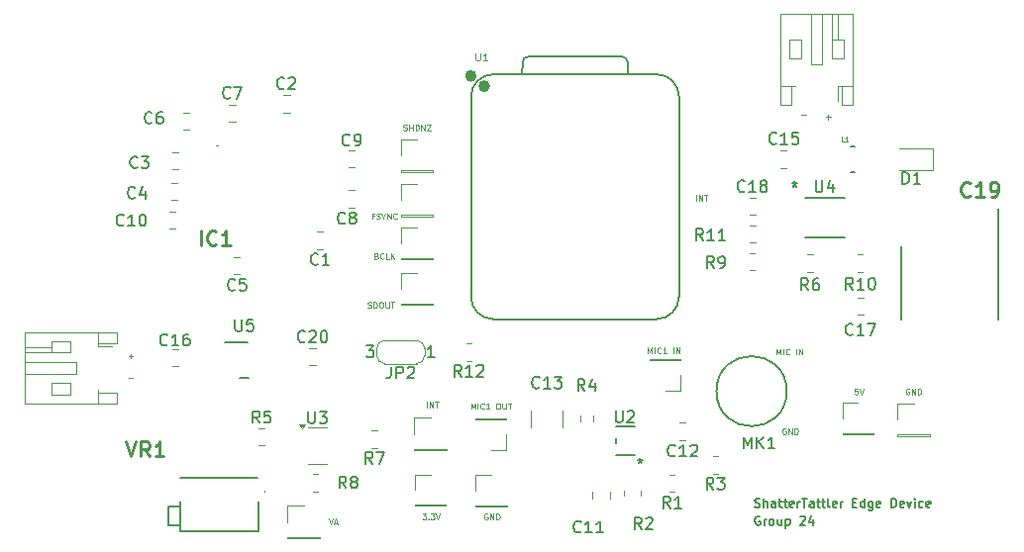
<source format=gbr>
%TF.GenerationSoftware,KiCad,Pcbnew,9.0.1-rc1*%
%TF.CreationDate,2025-04-01T12:09:21-07:00*%
%TF.ProjectId,ECE_442_PCB,4543455f-3434-4325-9f50-43422e6b6963,rev?*%
%TF.SameCoordinates,Original*%
%TF.FileFunction,Legend,Top*%
%TF.FilePolarity,Positive*%
%FSLAX46Y46*%
G04 Gerber Fmt 4.6, Leading zero omitted, Abs format (unit mm)*
G04 Created by KiCad (PCBNEW 9.0.1-rc1) date 2025-04-01 12:09:21*
%MOMM*%
%LPD*%
G01*
G04 APERTURE LIST*
%ADD10C,0.190500*%
%ADD11C,0.125000*%
%ADD12C,0.150000*%
%ADD13C,0.254000*%
%ADD14C,0.098425*%
%ADD15C,0.101600*%
%ADD16C,0.120000*%
%ADD17C,0.100000*%
%ADD18C,0.127000*%
%ADD19C,0.152400*%
%ADD20C,0.200000*%
%ADD21C,0.504000*%
G04 APERTURE END LIST*
D10*
X149805899Y-114571125D02*
X149733328Y-114534839D01*
X149733328Y-114534839D02*
X149624470Y-114534839D01*
X149624470Y-114534839D02*
X149515613Y-114571125D01*
X149515613Y-114571125D02*
X149443042Y-114643696D01*
X149443042Y-114643696D02*
X149406756Y-114716268D01*
X149406756Y-114716268D02*
X149370470Y-114861411D01*
X149370470Y-114861411D02*
X149370470Y-114970268D01*
X149370470Y-114970268D02*
X149406756Y-115115411D01*
X149406756Y-115115411D02*
X149443042Y-115187982D01*
X149443042Y-115187982D02*
X149515613Y-115260554D01*
X149515613Y-115260554D02*
X149624470Y-115296839D01*
X149624470Y-115296839D02*
X149697042Y-115296839D01*
X149697042Y-115296839D02*
X149805899Y-115260554D01*
X149805899Y-115260554D02*
X149842185Y-115224268D01*
X149842185Y-115224268D02*
X149842185Y-114970268D01*
X149842185Y-114970268D02*
X149697042Y-114970268D01*
X150168756Y-115296839D02*
X150168756Y-114788839D01*
X150168756Y-114933982D02*
X150205042Y-114861411D01*
X150205042Y-114861411D02*
X150241328Y-114825125D01*
X150241328Y-114825125D02*
X150313899Y-114788839D01*
X150313899Y-114788839D02*
X150386470Y-114788839D01*
X150749327Y-115296839D02*
X150676756Y-115260554D01*
X150676756Y-115260554D02*
X150640470Y-115224268D01*
X150640470Y-115224268D02*
X150604184Y-115151696D01*
X150604184Y-115151696D02*
X150604184Y-114933982D01*
X150604184Y-114933982D02*
X150640470Y-114861411D01*
X150640470Y-114861411D02*
X150676756Y-114825125D01*
X150676756Y-114825125D02*
X150749327Y-114788839D01*
X150749327Y-114788839D02*
X150858184Y-114788839D01*
X150858184Y-114788839D02*
X150930756Y-114825125D01*
X150930756Y-114825125D02*
X150967042Y-114861411D01*
X150967042Y-114861411D02*
X151003327Y-114933982D01*
X151003327Y-114933982D02*
X151003327Y-115151696D01*
X151003327Y-115151696D02*
X150967042Y-115224268D01*
X150967042Y-115224268D02*
X150930756Y-115260554D01*
X150930756Y-115260554D02*
X150858184Y-115296839D01*
X150858184Y-115296839D02*
X150749327Y-115296839D01*
X151656471Y-114788839D02*
X151656471Y-115296839D01*
X151329899Y-114788839D02*
X151329899Y-115187982D01*
X151329899Y-115187982D02*
X151366185Y-115260554D01*
X151366185Y-115260554D02*
X151438756Y-115296839D01*
X151438756Y-115296839D02*
X151547613Y-115296839D01*
X151547613Y-115296839D02*
X151620185Y-115260554D01*
X151620185Y-115260554D02*
X151656471Y-115224268D01*
X152019328Y-114788839D02*
X152019328Y-115550839D01*
X152019328Y-114825125D02*
X152091900Y-114788839D01*
X152091900Y-114788839D02*
X152237042Y-114788839D01*
X152237042Y-114788839D02*
X152309614Y-114825125D01*
X152309614Y-114825125D02*
X152345900Y-114861411D01*
X152345900Y-114861411D02*
X152382185Y-114933982D01*
X152382185Y-114933982D02*
X152382185Y-115151696D01*
X152382185Y-115151696D02*
X152345900Y-115224268D01*
X152345900Y-115224268D02*
X152309614Y-115260554D01*
X152309614Y-115260554D02*
X152237042Y-115296839D01*
X152237042Y-115296839D02*
X152091900Y-115296839D01*
X152091900Y-115296839D02*
X152019328Y-115260554D01*
X153253042Y-114607411D02*
X153289328Y-114571125D01*
X153289328Y-114571125D02*
X153361900Y-114534839D01*
X153361900Y-114534839D02*
X153543328Y-114534839D01*
X153543328Y-114534839D02*
X153615900Y-114571125D01*
X153615900Y-114571125D02*
X153652185Y-114607411D01*
X153652185Y-114607411D02*
X153688471Y-114679982D01*
X153688471Y-114679982D02*
X153688471Y-114752554D01*
X153688471Y-114752554D02*
X153652185Y-114861411D01*
X153652185Y-114861411D02*
X153216757Y-115296839D01*
X153216757Y-115296839D02*
X153688471Y-115296839D01*
X154341614Y-114788839D02*
X154341614Y-115296839D01*
X154160185Y-114498554D02*
X153978756Y-115042839D01*
X153978756Y-115042839D02*
X154450471Y-115042839D01*
X149370470Y-113760554D02*
X149479328Y-113796839D01*
X149479328Y-113796839D02*
X149660756Y-113796839D01*
X149660756Y-113796839D02*
X149733328Y-113760554D01*
X149733328Y-113760554D02*
X149769613Y-113724268D01*
X149769613Y-113724268D02*
X149805899Y-113651696D01*
X149805899Y-113651696D02*
X149805899Y-113579125D01*
X149805899Y-113579125D02*
X149769613Y-113506554D01*
X149769613Y-113506554D02*
X149733328Y-113470268D01*
X149733328Y-113470268D02*
X149660756Y-113433982D01*
X149660756Y-113433982D02*
X149515613Y-113397696D01*
X149515613Y-113397696D02*
X149443042Y-113361411D01*
X149443042Y-113361411D02*
X149406756Y-113325125D01*
X149406756Y-113325125D02*
X149370470Y-113252554D01*
X149370470Y-113252554D02*
X149370470Y-113179982D01*
X149370470Y-113179982D02*
X149406756Y-113107411D01*
X149406756Y-113107411D02*
X149443042Y-113071125D01*
X149443042Y-113071125D02*
X149515613Y-113034839D01*
X149515613Y-113034839D02*
X149697042Y-113034839D01*
X149697042Y-113034839D02*
X149805899Y-113071125D01*
X150132470Y-113796839D02*
X150132470Y-113034839D01*
X150459042Y-113796839D02*
X150459042Y-113397696D01*
X150459042Y-113397696D02*
X150422756Y-113325125D01*
X150422756Y-113325125D02*
X150350184Y-113288839D01*
X150350184Y-113288839D02*
X150241327Y-113288839D01*
X150241327Y-113288839D02*
X150168756Y-113325125D01*
X150168756Y-113325125D02*
X150132470Y-113361411D01*
X151148471Y-113796839D02*
X151148471Y-113397696D01*
X151148471Y-113397696D02*
X151112185Y-113325125D01*
X151112185Y-113325125D02*
X151039613Y-113288839D01*
X151039613Y-113288839D02*
X150894471Y-113288839D01*
X150894471Y-113288839D02*
X150821899Y-113325125D01*
X151148471Y-113760554D02*
X151075899Y-113796839D01*
X151075899Y-113796839D02*
X150894471Y-113796839D01*
X150894471Y-113796839D02*
X150821899Y-113760554D01*
X150821899Y-113760554D02*
X150785613Y-113687982D01*
X150785613Y-113687982D02*
X150785613Y-113615411D01*
X150785613Y-113615411D02*
X150821899Y-113542839D01*
X150821899Y-113542839D02*
X150894471Y-113506554D01*
X150894471Y-113506554D02*
X151075899Y-113506554D01*
X151075899Y-113506554D02*
X151148471Y-113470268D01*
X151402471Y-113288839D02*
X151692757Y-113288839D01*
X151511328Y-113034839D02*
X151511328Y-113687982D01*
X151511328Y-113687982D02*
X151547614Y-113760554D01*
X151547614Y-113760554D02*
X151620185Y-113796839D01*
X151620185Y-113796839D02*
X151692757Y-113796839D01*
X151837900Y-113288839D02*
X152128186Y-113288839D01*
X151946757Y-113034839D02*
X151946757Y-113687982D01*
X151946757Y-113687982D02*
X151983043Y-113760554D01*
X151983043Y-113760554D02*
X152055614Y-113796839D01*
X152055614Y-113796839D02*
X152128186Y-113796839D01*
X152672472Y-113760554D02*
X152599900Y-113796839D01*
X152599900Y-113796839D02*
X152454758Y-113796839D01*
X152454758Y-113796839D02*
X152382186Y-113760554D01*
X152382186Y-113760554D02*
X152345900Y-113687982D01*
X152345900Y-113687982D02*
X152345900Y-113397696D01*
X152345900Y-113397696D02*
X152382186Y-113325125D01*
X152382186Y-113325125D02*
X152454758Y-113288839D01*
X152454758Y-113288839D02*
X152599900Y-113288839D01*
X152599900Y-113288839D02*
X152672472Y-113325125D01*
X152672472Y-113325125D02*
X152708758Y-113397696D01*
X152708758Y-113397696D02*
X152708758Y-113470268D01*
X152708758Y-113470268D02*
X152345900Y-113542839D01*
X153035329Y-113796839D02*
X153035329Y-113288839D01*
X153035329Y-113433982D02*
X153071615Y-113361411D01*
X153071615Y-113361411D02*
X153107901Y-113325125D01*
X153107901Y-113325125D02*
X153180472Y-113288839D01*
X153180472Y-113288839D02*
X153253043Y-113288839D01*
X153398186Y-113034839D02*
X153833615Y-113034839D01*
X153615900Y-113796839D02*
X153615900Y-113034839D01*
X154414186Y-113796839D02*
X154414186Y-113397696D01*
X154414186Y-113397696D02*
X154377900Y-113325125D01*
X154377900Y-113325125D02*
X154305328Y-113288839D01*
X154305328Y-113288839D02*
X154160186Y-113288839D01*
X154160186Y-113288839D02*
X154087614Y-113325125D01*
X154414186Y-113760554D02*
X154341614Y-113796839D01*
X154341614Y-113796839D02*
X154160186Y-113796839D01*
X154160186Y-113796839D02*
X154087614Y-113760554D01*
X154087614Y-113760554D02*
X154051328Y-113687982D01*
X154051328Y-113687982D02*
X154051328Y-113615411D01*
X154051328Y-113615411D02*
X154087614Y-113542839D01*
X154087614Y-113542839D02*
X154160186Y-113506554D01*
X154160186Y-113506554D02*
X154341614Y-113506554D01*
X154341614Y-113506554D02*
X154414186Y-113470268D01*
X154668186Y-113288839D02*
X154958472Y-113288839D01*
X154777043Y-113034839D02*
X154777043Y-113687982D01*
X154777043Y-113687982D02*
X154813329Y-113760554D01*
X154813329Y-113760554D02*
X154885900Y-113796839D01*
X154885900Y-113796839D02*
X154958472Y-113796839D01*
X155103615Y-113288839D02*
X155393901Y-113288839D01*
X155212472Y-113034839D02*
X155212472Y-113687982D01*
X155212472Y-113687982D02*
X155248758Y-113760554D01*
X155248758Y-113760554D02*
X155321329Y-113796839D01*
X155321329Y-113796839D02*
X155393901Y-113796839D01*
X155756758Y-113796839D02*
X155684187Y-113760554D01*
X155684187Y-113760554D02*
X155647901Y-113687982D01*
X155647901Y-113687982D02*
X155647901Y-113034839D01*
X156337330Y-113760554D02*
X156264758Y-113796839D01*
X156264758Y-113796839D02*
X156119616Y-113796839D01*
X156119616Y-113796839D02*
X156047044Y-113760554D01*
X156047044Y-113760554D02*
X156010758Y-113687982D01*
X156010758Y-113687982D02*
X156010758Y-113397696D01*
X156010758Y-113397696D02*
X156047044Y-113325125D01*
X156047044Y-113325125D02*
X156119616Y-113288839D01*
X156119616Y-113288839D02*
X156264758Y-113288839D01*
X156264758Y-113288839D02*
X156337330Y-113325125D01*
X156337330Y-113325125D02*
X156373616Y-113397696D01*
X156373616Y-113397696D02*
X156373616Y-113470268D01*
X156373616Y-113470268D02*
X156010758Y-113542839D01*
X156700187Y-113796839D02*
X156700187Y-113288839D01*
X156700187Y-113433982D02*
X156736473Y-113361411D01*
X156736473Y-113361411D02*
X156772759Y-113325125D01*
X156772759Y-113325125D02*
X156845330Y-113288839D01*
X156845330Y-113288839D02*
X156917901Y-113288839D01*
X157752472Y-113397696D02*
X158006472Y-113397696D01*
X158115329Y-113796839D02*
X157752472Y-113796839D01*
X157752472Y-113796839D02*
X157752472Y-113034839D01*
X157752472Y-113034839D02*
X158115329Y-113034839D01*
X158768473Y-113796839D02*
X158768473Y-113034839D01*
X158768473Y-113760554D02*
X158695901Y-113796839D01*
X158695901Y-113796839D02*
X158550758Y-113796839D01*
X158550758Y-113796839D02*
X158478187Y-113760554D01*
X158478187Y-113760554D02*
X158441901Y-113724268D01*
X158441901Y-113724268D02*
X158405615Y-113651696D01*
X158405615Y-113651696D02*
X158405615Y-113433982D01*
X158405615Y-113433982D02*
X158441901Y-113361411D01*
X158441901Y-113361411D02*
X158478187Y-113325125D01*
X158478187Y-113325125D02*
X158550758Y-113288839D01*
X158550758Y-113288839D02*
X158695901Y-113288839D01*
X158695901Y-113288839D02*
X158768473Y-113325125D01*
X159457902Y-113288839D02*
X159457902Y-113905696D01*
X159457902Y-113905696D02*
X159421616Y-113978268D01*
X159421616Y-113978268D02*
X159385330Y-114014554D01*
X159385330Y-114014554D02*
X159312759Y-114050839D01*
X159312759Y-114050839D02*
X159203902Y-114050839D01*
X159203902Y-114050839D02*
X159131330Y-114014554D01*
X159457902Y-113760554D02*
X159385330Y-113796839D01*
X159385330Y-113796839D02*
X159240187Y-113796839D01*
X159240187Y-113796839D02*
X159167616Y-113760554D01*
X159167616Y-113760554D02*
X159131330Y-113724268D01*
X159131330Y-113724268D02*
X159095044Y-113651696D01*
X159095044Y-113651696D02*
X159095044Y-113433982D01*
X159095044Y-113433982D02*
X159131330Y-113361411D01*
X159131330Y-113361411D02*
X159167616Y-113325125D01*
X159167616Y-113325125D02*
X159240187Y-113288839D01*
X159240187Y-113288839D02*
X159385330Y-113288839D01*
X159385330Y-113288839D02*
X159457902Y-113325125D01*
X160111045Y-113760554D02*
X160038473Y-113796839D01*
X160038473Y-113796839D02*
X159893331Y-113796839D01*
X159893331Y-113796839D02*
X159820759Y-113760554D01*
X159820759Y-113760554D02*
X159784473Y-113687982D01*
X159784473Y-113687982D02*
X159784473Y-113397696D01*
X159784473Y-113397696D02*
X159820759Y-113325125D01*
X159820759Y-113325125D02*
X159893331Y-113288839D01*
X159893331Y-113288839D02*
X160038473Y-113288839D01*
X160038473Y-113288839D02*
X160111045Y-113325125D01*
X160111045Y-113325125D02*
X160147331Y-113397696D01*
X160147331Y-113397696D02*
X160147331Y-113470268D01*
X160147331Y-113470268D02*
X159784473Y-113542839D01*
X161054473Y-113796839D02*
X161054473Y-113034839D01*
X161054473Y-113034839D02*
X161235902Y-113034839D01*
X161235902Y-113034839D02*
X161344759Y-113071125D01*
X161344759Y-113071125D02*
X161417330Y-113143696D01*
X161417330Y-113143696D02*
X161453616Y-113216268D01*
X161453616Y-113216268D02*
X161489902Y-113361411D01*
X161489902Y-113361411D02*
X161489902Y-113470268D01*
X161489902Y-113470268D02*
X161453616Y-113615411D01*
X161453616Y-113615411D02*
X161417330Y-113687982D01*
X161417330Y-113687982D02*
X161344759Y-113760554D01*
X161344759Y-113760554D02*
X161235902Y-113796839D01*
X161235902Y-113796839D02*
X161054473Y-113796839D01*
X162106759Y-113760554D02*
X162034187Y-113796839D01*
X162034187Y-113796839D02*
X161889045Y-113796839D01*
X161889045Y-113796839D02*
X161816473Y-113760554D01*
X161816473Y-113760554D02*
X161780187Y-113687982D01*
X161780187Y-113687982D02*
X161780187Y-113397696D01*
X161780187Y-113397696D02*
X161816473Y-113325125D01*
X161816473Y-113325125D02*
X161889045Y-113288839D01*
X161889045Y-113288839D02*
X162034187Y-113288839D01*
X162034187Y-113288839D02*
X162106759Y-113325125D01*
X162106759Y-113325125D02*
X162143045Y-113397696D01*
X162143045Y-113397696D02*
X162143045Y-113470268D01*
X162143045Y-113470268D02*
X161780187Y-113542839D01*
X162397045Y-113288839D02*
X162578473Y-113796839D01*
X162578473Y-113796839D02*
X162759902Y-113288839D01*
X163050187Y-113796839D02*
X163050187Y-113288839D01*
X163050187Y-113034839D02*
X163013901Y-113071125D01*
X163013901Y-113071125D02*
X163050187Y-113107411D01*
X163050187Y-113107411D02*
X163086473Y-113071125D01*
X163086473Y-113071125D02*
X163050187Y-113034839D01*
X163050187Y-113034839D02*
X163050187Y-113107411D01*
X163739616Y-113760554D02*
X163667044Y-113796839D01*
X163667044Y-113796839D02*
X163521901Y-113796839D01*
X163521901Y-113796839D02*
X163449330Y-113760554D01*
X163449330Y-113760554D02*
X163413044Y-113724268D01*
X163413044Y-113724268D02*
X163376758Y-113651696D01*
X163376758Y-113651696D02*
X163376758Y-113433982D01*
X163376758Y-113433982D02*
X163413044Y-113361411D01*
X163413044Y-113361411D02*
X163449330Y-113325125D01*
X163449330Y-113325125D02*
X163521901Y-113288839D01*
X163521901Y-113288839D02*
X163667044Y-113288839D01*
X163667044Y-113288839D02*
X163739616Y-113325125D01*
X164356473Y-113760554D02*
X164283901Y-113796839D01*
X164283901Y-113796839D02*
X164138759Y-113796839D01*
X164138759Y-113796839D02*
X164066187Y-113760554D01*
X164066187Y-113760554D02*
X164029901Y-113687982D01*
X164029901Y-113687982D02*
X164029901Y-113397696D01*
X164029901Y-113397696D02*
X164066187Y-113325125D01*
X164066187Y-113325125D02*
X164138759Y-113288839D01*
X164138759Y-113288839D02*
X164283901Y-113288839D01*
X164283901Y-113288839D02*
X164356473Y-113325125D01*
X164356473Y-113325125D02*
X164392759Y-113397696D01*
X164392759Y-113397696D02*
X164392759Y-113470268D01*
X164392759Y-113470268D02*
X164029901Y-113542839D01*
D11*
X126519047Y-114348619D02*
X126471428Y-114324809D01*
X126471428Y-114324809D02*
X126399999Y-114324809D01*
X126399999Y-114324809D02*
X126328571Y-114348619D01*
X126328571Y-114348619D02*
X126280952Y-114396238D01*
X126280952Y-114396238D02*
X126257142Y-114443857D01*
X126257142Y-114443857D02*
X126233333Y-114539095D01*
X126233333Y-114539095D02*
X126233333Y-114610523D01*
X126233333Y-114610523D02*
X126257142Y-114705761D01*
X126257142Y-114705761D02*
X126280952Y-114753380D01*
X126280952Y-114753380D02*
X126328571Y-114801000D01*
X126328571Y-114801000D02*
X126399999Y-114824809D01*
X126399999Y-114824809D02*
X126447618Y-114824809D01*
X126447618Y-114824809D02*
X126519047Y-114801000D01*
X126519047Y-114801000D02*
X126542856Y-114777190D01*
X126542856Y-114777190D02*
X126542856Y-114610523D01*
X126542856Y-114610523D02*
X126447618Y-114610523D01*
X126757142Y-114824809D02*
X126757142Y-114324809D01*
X126757142Y-114324809D02*
X127042856Y-114824809D01*
X127042856Y-114824809D02*
X127042856Y-114324809D01*
X127280952Y-114824809D02*
X127280952Y-114324809D01*
X127280952Y-114324809D02*
X127400000Y-114324809D01*
X127400000Y-114324809D02*
X127471428Y-114348619D01*
X127471428Y-114348619D02*
X127519047Y-114396238D01*
X127519047Y-114396238D02*
X127542857Y-114443857D01*
X127542857Y-114443857D02*
X127566666Y-114539095D01*
X127566666Y-114539095D02*
X127566666Y-114610523D01*
X127566666Y-114610523D02*
X127542857Y-114705761D01*
X127542857Y-114705761D02*
X127519047Y-114753380D01*
X127519047Y-114753380D02*
X127471428Y-114801000D01*
X127471428Y-114801000D02*
X127400000Y-114824809D01*
X127400000Y-114824809D02*
X127280952Y-114824809D01*
X125121428Y-105374809D02*
X125121428Y-104874809D01*
X125121428Y-104874809D02*
X125288095Y-105231952D01*
X125288095Y-105231952D02*
X125454761Y-104874809D01*
X125454761Y-104874809D02*
X125454761Y-105374809D01*
X125692857Y-105374809D02*
X125692857Y-104874809D01*
X126216666Y-105327190D02*
X126192857Y-105351000D01*
X126192857Y-105351000D02*
X126121428Y-105374809D01*
X126121428Y-105374809D02*
X126073809Y-105374809D01*
X126073809Y-105374809D02*
X126002381Y-105351000D01*
X126002381Y-105351000D02*
X125954762Y-105303380D01*
X125954762Y-105303380D02*
X125930952Y-105255761D01*
X125930952Y-105255761D02*
X125907143Y-105160523D01*
X125907143Y-105160523D02*
X125907143Y-105089095D01*
X125907143Y-105089095D02*
X125930952Y-104993857D01*
X125930952Y-104993857D02*
X125954762Y-104946238D01*
X125954762Y-104946238D02*
X126002381Y-104898619D01*
X126002381Y-104898619D02*
X126073809Y-104874809D01*
X126073809Y-104874809D02*
X126121428Y-104874809D01*
X126121428Y-104874809D02*
X126192857Y-104898619D01*
X126192857Y-104898619D02*
X126216666Y-104922428D01*
X126692857Y-105374809D02*
X126407143Y-105374809D01*
X126550000Y-105374809D02*
X126550000Y-104874809D01*
X126550000Y-104874809D02*
X126502381Y-104946238D01*
X126502381Y-104946238D02*
X126454762Y-104993857D01*
X126454762Y-104993857D02*
X126407143Y-105017666D01*
X127383332Y-104874809D02*
X127478570Y-104874809D01*
X127478570Y-104874809D02*
X127526189Y-104898619D01*
X127526189Y-104898619D02*
X127573808Y-104946238D01*
X127573808Y-104946238D02*
X127597618Y-105041476D01*
X127597618Y-105041476D02*
X127597618Y-105208142D01*
X127597618Y-105208142D02*
X127573808Y-105303380D01*
X127573808Y-105303380D02*
X127526189Y-105351000D01*
X127526189Y-105351000D02*
X127478570Y-105374809D01*
X127478570Y-105374809D02*
X127383332Y-105374809D01*
X127383332Y-105374809D02*
X127335713Y-105351000D01*
X127335713Y-105351000D02*
X127288094Y-105303380D01*
X127288094Y-105303380D02*
X127264285Y-105208142D01*
X127264285Y-105208142D02*
X127264285Y-105041476D01*
X127264285Y-105041476D02*
X127288094Y-104946238D01*
X127288094Y-104946238D02*
X127335713Y-104898619D01*
X127335713Y-104898619D02*
X127383332Y-104874809D01*
X127811904Y-104874809D02*
X127811904Y-105279571D01*
X127811904Y-105279571D02*
X127835714Y-105327190D01*
X127835714Y-105327190D02*
X127859523Y-105351000D01*
X127859523Y-105351000D02*
X127907142Y-105374809D01*
X127907142Y-105374809D02*
X128002380Y-105374809D01*
X128002380Y-105374809D02*
X128049999Y-105351000D01*
X128049999Y-105351000D02*
X128073809Y-105327190D01*
X128073809Y-105327190D02*
X128097618Y-105279571D01*
X128097618Y-105279571D02*
X128097618Y-104874809D01*
X128264286Y-104874809D02*
X128550000Y-104874809D01*
X128407143Y-105374809D02*
X128407143Y-104874809D01*
X116807143Y-88862904D02*
X116640476Y-88862904D01*
X116640476Y-89124809D02*
X116640476Y-88624809D01*
X116640476Y-88624809D02*
X116878571Y-88624809D01*
X117045238Y-89101000D02*
X117116666Y-89124809D01*
X117116666Y-89124809D02*
X117235714Y-89124809D01*
X117235714Y-89124809D02*
X117283333Y-89101000D01*
X117283333Y-89101000D02*
X117307142Y-89077190D01*
X117307142Y-89077190D02*
X117330952Y-89029571D01*
X117330952Y-89029571D02*
X117330952Y-88981952D01*
X117330952Y-88981952D02*
X117307142Y-88934333D01*
X117307142Y-88934333D02*
X117283333Y-88910523D01*
X117283333Y-88910523D02*
X117235714Y-88886714D01*
X117235714Y-88886714D02*
X117140476Y-88862904D01*
X117140476Y-88862904D02*
X117092857Y-88839095D01*
X117092857Y-88839095D02*
X117069047Y-88815285D01*
X117069047Y-88815285D02*
X117045238Y-88767666D01*
X117045238Y-88767666D02*
X117045238Y-88720047D01*
X117045238Y-88720047D02*
X117069047Y-88672428D01*
X117069047Y-88672428D02*
X117092857Y-88648619D01*
X117092857Y-88648619D02*
X117140476Y-88624809D01*
X117140476Y-88624809D02*
X117259523Y-88624809D01*
X117259523Y-88624809D02*
X117330952Y-88648619D01*
X117640475Y-88886714D02*
X117640475Y-89124809D01*
X117473809Y-88624809D02*
X117640475Y-88886714D01*
X117640475Y-88886714D02*
X117807142Y-88624809D01*
X117973808Y-89124809D02*
X117973808Y-88624809D01*
X117973808Y-88624809D02*
X118259522Y-89124809D01*
X118259522Y-89124809D02*
X118259522Y-88624809D01*
X118783332Y-89077190D02*
X118759523Y-89101000D01*
X118759523Y-89101000D02*
X118688094Y-89124809D01*
X118688094Y-89124809D02*
X118640475Y-89124809D01*
X118640475Y-89124809D02*
X118569047Y-89101000D01*
X118569047Y-89101000D02*
X118521428Y-89053380D01*
X118521428Y-89053380D02*
X118497618Y-89005761D01*
X118497618Y-89005761D02*
X118473809Y-88910523D01*
X118473809Y-88910523D02*
X118473809Y-88839095D01*
X118473809Y-88839095D02*
X118497618Y-88743857D01*
X118497618Y-88743857D02*
X118521428Y-88696238D01*
X118521428Y-88696238D02*
X118569047Y-88648619D01*
X118569047Y-88648619D02*
X118640475Y-88624809D01*
X118640475Y-88624809D02*
X118688094Y-88624809D01*
X118688094Y-88624809D02*
X118759523Y-88648619D01*
X118759523Y-88648619D02*
X118783332Y-88672428D01*
X120961905Y-114324809D02*
X121271429Y-114324809D01*
X121271429Y-114324809D02*
X121104762Y-114515285D01*
X121104762Y-114515285D02*
X121176191Y-114515285D01*
X121176191Y-114515285D02*
X121223810Y-114539095D01*
X121223810Y-114539095D02*
X121247619Y-114562904D01*
X121247619Y-114562904D02*
X121271429Y-114610523D01*
X121271429Y-114610523D02*
X121271429Y-114729571D01*
X121271429Y-114729571D02*
X121247619Y-114777190D01*
X121247619Y-114777190D02*
X121223810Y-114801000D01*
X121223810Y-114801000D02*
X121176191Y-114824809D01*
X121176191Y-114824809D02*
X121033334Y-114824809D01*
X121033334Y-114824809D02*
X120985715Y-114801000D01*
X120985715Y-114801000D02*
X120961905Y-114777190D01*
X121485714Y-114777190D02*
X121509524Y-114801000D01*
X121509524Y-114801000D02*
X121485714Y-114824809D01*
X121485714Y-114824809D02*
X121461905Y-114801000D01*
X121461905Y-114801000D02*
X121485714Y-114777190D01*
X121485714Y-114777190D02*
X121485714Y-114824809D01*
X121676190Y-114324809D02*
X121985714Y-114324809D01*
X121985714Y-114324809D02*
X121819047Y-114515285D01*
X121819047Y-114515285D02*
X121890476Y-114515285D01*
X121890476Y-114515285D02*
X121938095Y-114539095D01*
X121938095Y-114539095D02*
X121961904Y-114562904D01*
X121961904Y-114562904D02*
X121985714Y-114610523D01*
X121985714Y-114610523D02*
X121985714Y-114729571D01*
X121985714Y-114729571D02*
X121961904Y-114777190D01*
X121961904Y-114777190D02*
X121938095Y-114801000D01*
X121938095Y-114801000D02*
X121890476Y-114824809D01*
X121890476Y-114824809D02*
X121747619Y-114824809D01*
X121747619Y-114824809D02*
X121700000Y-114801000D01*
X121700000Y-114801000D02*
X121676190Y-114777190D01*
X122128571Y-114324809D02*
X122295237Y-114824809D01*
X122295237Y-114824809D02*
X122461904Y-114324809D01*
X95809523Y-102734333D02*
X96190476Y-102734333D01*
X152019047Y-107048619D02*
X151971428Y-107024809D01*
X151971428Y-107024809D02*
X151899999Y-107024809D01*
X151899999Y-107024809D02*
X151828571Y-107048619D01*
X151828571Y-107048619D02*
X151780952Y-107096238D01*
X151780952Y-107096238D02*
X151757142Y-107143857D01*
X151757142Y-107143857D02*
X151733333Y-107239095D01*
X151733333Y-107239095D02*
X151733333Y-107310523D01*
X151733333Y-107310523D02*
X151757142Y-107405761D01*
X151757142Y-107405761D02*
X151780952Y-107453380D01*
X151780952Y-107453380D02*
X151828571Y-107501000D01*
X151828571Y-107501000D02*
X151899999Y-107524809D01*
X151899999Y-107524809D02*
X151947618Y-107524809D01*
X151947618Y-107524809D02*
X152019047Y-107501000D01*
X152019047Y-107501000D02*
X152042856Y-107477190D01*
X152042856Y-107477190D02*
X152042856Y-107310523D01*
X152042856Y-107310523D02*
X151947618Y-107310523D01*
X152257142Y-107524809D02*
X152257142Y-107024809D01*
X152257142Y-107024809D02*
X152542856Y-107524809D01*
X152542856Y-107524809D02*
X152542856Y-107024809D01*
X152780952Y-107524809D02*
X152780952Y-107024809D01*
X152780952Y-107024809D02*
X152900000Y-107024809D01*
X152900000Y-107024809D02*
X152971428Y-107048619D01*
X152971428Y-107048619D02*
X153019047Y-107096238D01*
X153019047Y-107096238D02*
X153042857Y-107143857D01*
X153042857Y-107143857D02*
X153066666Y-107239095D01*
X153066666Y-107239095D02*
X153066666Y-107310523D01*
X153066666Y-107310523D02*
X153042857Y-107405761D01*
X153042857Y-107405761D02*
X153019047Y-107453380D01*
X153019047Y-107453380D02*
X152971428Y-107501000D01*
X152971428Y-107501000D02*
X152900000Y-107524809D01*
X152900000Y-107524809D02*
X152780952Y-107524809D01*
X95809523Y-100834333D02*
X96190476Y-100834333D01*
X95999999Y-101024809D02*
X95999999Y-100643857D01*
X117033333Y-92262904D02*
X117104761Y-92286714D01*
X117104761Y-92286714D02*
X117128571Y-92310523D01*
X117128571Y-92310523D02*
X117152380Y-92358142D01*
X117152380Y-92358142D02*
X117152380Y-92429571D01*
X117152380Y-92429571D02*
X117128571Y-92477190D01*
X117128571Y-92477190D02*
X117104761Y-92501000D01*
X117104761Y-92501000D02*
X117057142Y-92524809D01*
X117057142Y-92524809D02*
X116866666Y-92524809D01*
X116866666Y-92524809D02*
X116866666Y-92024809D01*
X116866666Y-92024809D02*
X117033333Y-92024809D01*
X117033333Y-92024809D02*
X117080952Y-92048619D01*
X117080952Y-92048619D02*
X117104761Y-92072428D01*
X117104761Y-92072428D02*
X117128571Y-92120047D01*
X117128571Y-92120047D02*
X117128571Y-92167666D01*
X117128571Y-92167666D02*
X117104761Y-92215285D01*
X117104761Y-92215285D02*
X117080952Y-92239095D01*
X117080952Y-92239095D02*
X117033333Y-92262904D01*
X117033333Y-92262904D02*
X116866666Y-92262904D01*
X117652380Y-92477190D02*
X117628571Y-92501000D01*
X117628571Y-92501000D02*
X117557142Y-92524809D01*
X117557142Y-92524809D02*
X117509523Y-92524809D01*
X117509523Y-92524809D02*
X117438095Y-92501000D01*
X117438095Y-92501000D02*
X117390476Y-92453380D01*
X117390476Y-92453380D02*
X117366666Y-92405761D01*
X117366666Y-92405761D02*
X117342857Y-92310523D01*
X117342857Y-92310523D02*
X117342857Y-92239095D01*
X117342857Y-92239095D02*
X117366666Y-92143857D01*
X117366666Y-92143857D02*
X117390476Y-92096238D01*
X117390476Y-92096238D02*
X117438095Y-92048619D01*
X117438095Y-92048619D02*
X117509523Y-92024809D01*
X117509523Y-92024809D02*
X117557142Y-92024809D01*
X117557142Y-92024809D02*
X117628571Y-92048619D01*
X117628571Y-92048619D02*
X117652380Y-92072428D01*
X118104761Y-92524809D02*
X117866666Y-92524809D01*
X117866666Y-92524809D02*
X117866666Y-92024809D01*
X118271428Y-92524809D02*
X118271428Y-92024809D01*
X118557142Y-92524809D02*
X118342857Y-92239095D01*
X118557142Y-92024809D02*
X118271428Y-92310523D01*
X116292857Y-96701000D02*
X116364285Y-96724809D01*
X116364285Y-96724809D02*
X116483333Y-96724809D01*
X116483333Y-96724809D02*
X116530952Y-96701000D01*
X116530952Y-96701000D02*
X116554761Y-96677190D01*
X116554761Y-96677190D02*
X116578571Y-96629571D01*
X116578571Y-96629571D02*
X116578571Y-96581952D01*
X116578571Y-96581952D02*
X116554761Y-96534333D01*
X116554761Y-96534333D02*
X116530952Y-96510523D01*
X116530952Y-96510523D02*
X116483333Y-96486714D01*
X116483333Y-96486714D02*
X116388095Y-96462904D01*
X116388095Y-96462904D02*
X116340476Y-96439095D01*
X116340476Y-96439095D02*
X116316666Y-96415285D01*
X116316666Y-96415285D02*
X116292857Y-96367666D01*
X116292857Y-96367666D02*
X116292857Y-96320047D01*
X116292857Y-96320047D02*
X116316666Y-96272428D01*
X116316666Y-96272428D02*
X116340476Y-96248619D01*
X116340476Y-96248619D02*
X116388095Y-96224809D01*
X116388095Y-96224809D02*
X116507142Y-96224809D01*
X116507142Y-96224809D02*
X116578571Y-96248619D01*
X116792856Y-96724809D02*
X116792856Y-96224809D01*
X116792856Y-96224809D02*
X116911904Y-96224809D01*
X116911904Y-96224809D02*
X116983332Y-96248619D01*
X116983332Y-96248619D02*
X117030951Y-96296238D01*
X117030951Y-96296238D02*
X117054761Y-96343857D01*
X117054761Y-96343857D02*
X117078570Y-96439095D01*
X117078570Y-96439095D02*
X117078570Y-96510523D01*
X117078570Y-96510523D02*
X117054761Y-96605761D01*
X117054761Y-96605761D02*
X117030951Y-96653380D01*
X117030951Y-96653380D02*
X116983332Y-96701000D01*
X116983332Y-96701000D02*
X116911904Y-96724809D01*
X116911904Y-96724809D02*
X116792856Y-96724809D01*
X117388094Y-96224809D02*
X117483332Y-96224809D01*
X117483332Y-96224809D02*
X117530951Y-96248619D01*
X117530951Y-96248619D02*
X117578570Y-96296238D01*
X117578570Y-96296238D02*
X117602380Y-96391476D01*
X117602380Y-96391476D02*
X117602380Y-96558142D01*
X117602380Y-96558142D02*
X117578570Y-96653380D01*
X117578570Y-96653380D02*
X117530951Y-96701000D01*
X117530951Y-96701000D02*
X117483332Y-96724809D01*
X117483332Y-96724809D02*
X117388094Y-96724809D01*
X117388094Y-96724809D02*
X117340475Y-96701000D01*
X117340475Y-96701000D02*
X117292856Y-96653380D01*
X117292856Y-96653380D02*
X117269047Y-96558142D01*
X117269047Y-96558142D02*
X117269047Y-96391476D01*
X117269047Y-96391476D02*
X117292856Y-96296238D01*
X117292856Y-96296238D02*
X117340475Y-96248619D01*
X117340475Y-96248619D02*
X117388094Y-96224809D01*
X117816666Y-96224809D02*
X117816666Y-96629571D01*
X117816666Y-96629571D02*
X117840476Y-96677190D01*
X117840476Y-96677190D02*
X117864285Y-96701000D01*
X117864285Y-96701000D02*
X117911904Y-96724809D01*
X117911904Y-96724809D02*
X118007142Y-96724809D01*
X118007142Y-96724809D02*
X118054761Y-96701000D01*
X118054761Y-96701000D02*
X118078571Y-96677190D01*
X118078571Y-96677190D02*
X118102380Y-96629571D01*
X118102380Y-96629571D02*
X118102380Y-96224809D01*
X118269048Y-96224809D02*
X118554762Y-96224809D01*
X118411905Y-96724809D02*
X118411905Y-96224809D01*
X119345238Y-81501000D02*
X119416666Y-81524809D01*
X119416666Y-81524809D02*
X119535714Y-81524809D01*
X119535714Y-81524809D02*
X119583333Y-81501000D01*
X119583333Y-81501000D02*
X119607142Y-81477190D01*
X119607142Y-81477190D02*
X119630952Y-81429571D01*
X119630952Y-81429571D02*
X119630952Y-81381952D01*
X119630952Y-81381952D02*
X119607142Y-81334333D01*
X119607142Y-81334333D02*
X119583333Y-81310523D01*
X119583333Y-81310523D02*
X119535714Y-81286714D01*
X119535714Y-81286714D02*
X119440476Y-81262904D01*
X119440476Y-81262904D02*
X119392857Y-81239095D01*
X119392857Y-81239095D02*
X119369047Y-81215285D01*
X119369047Y-81215285D02*
X119345238Y-81167666D01*
X119345238Y-81167666D02*
X119345238Y-81120047D01*
X119345238Y-81120047D02*
X119369047Y-81072428D01*
X119369047Y-81072428D02*
X119392857Y-81048619D01*
X119392857Y-81048619D02*
X119440476Y-81024809D01*
X119440476Y-81024809D02*
X119559523Y-81024809D01*
X119559523Y-81024809D02*
X119630952Y-81048619D01*
X119845237Y-81524809D02*
X119845237Y-81024809D01*
X119845237Y-81262904D02*
X120130951Y-81262904D01*
X120130951Y-81524809D02*
X120130951Y-81024809D01*
X120369047Y-81524809D02*
X120369047Y-81024809D01*
X120369047Y-81024809D02*
X120488095Y-81024809D01*
X120488095Y-81024809D02*
X120559523Y-81048619D01*
X120559523Y-81048619D02*
X120607142Y-81096238D01*
X120607142Y-81096238D02*
X120630952Y-81143857D01*
X120630952Y-81143857D02*
X120654761Y-81239095D01*
X120654761Y-81239095D02*
X120654761Y-81310523D01*
X120654761Y-81310523D02*
X120630952Y-81405761D01*
X120630952Y-81405761D02*
X120607142Y-81453380D01*
X120607142Y-81453380D02*
X120559523Y-81501000D01*
X120559523Y-81501000D02*
X120488095Y-81524809D01*
X120488095Y-81524809D02*
X120369047Y-81524809D01*
X120869047Y-81524809D02*
X120869047Y-81024809D01*
X120869047Y-81024809D02*
X121154761Y-81524809D01*
X121154761Y-81524809D02*
X121154761Y-81024809D01*
X121345238Y-81024809D02*
X121678571Y-81024809D01*
X121678571Y-81024809D02*
X121345238Y-81524809D01*
X121345238Y-81524809D02*
X121678571Y-81524809D01*
X121347619Y-105274809D02*
X121347619Y-104774809D01*
X121585714Y-105274809D02*
X121585714Y-104774809D01*
X121585714Y-104774809D02*
X121871428Y-105274809D01*
X121871428Y-105274809D02*
X121871428Y-104774809D01*
X122038096Y-104774809D02*
X122323810Y-104774809D01*
X122180953Y-105274809D02*
X122180953Y-104774809D01*
X140254762Y-100624809D02*
X140254762Y-100124809D01*
X140254762Y-100124809D02*
X140421429Y-100481952D01*
X140421429Y-100481952D02*
X140588095Y-100124809D01*
X140588095Y-100124809D02*
X140588095Y-100624809D01*
X140826191Y-100624809D02*
X140826191Y-100124809D01*
X141350000Y-100577190D02*
X141326191Y-100601000D01*
X141326191Y-100601000D02*
X141254762Y-100624809D01*
X141254762Y-100624809D02*
X141207143Y-100624809D01*
X141207143Y-100624809D02*
X141135715Y-100601000D01*
X141135715Y-100601000D02*
X141088096Y-100553380D01*
X141088096Y-100553380D02*
X141064286Y-100505761D01*
X141064286Y-100505761D02*
X141040477Y-100410523D01*
X141040477Y-100410523D02*
X141040477Y-100339095D01*
X141040477Y-100339095D02*
X141064286Y-100243857D01*
X141064286Y-100243857D02*
X141088096Y-100196238D01*
X141088096Y-100196238D02*
X141135715Y-100148619D01*
X141135715Y-100148619D02*
X141207143Y-100124809D01*
X141207143Y-100124809D02*
X141254762Y-100124809D01*
X141254762Y-100124809D02*
X141326191Y-100148619D01*
X141326191Y-100148619D02*
X141350000Y-100172428D01*
X141826191Y-100624809D02*
X141540477Y-100624809D01*
X141683334Y-100624809D02*
X141683334Y-100124809D01*
X141683334Y-100124809D02*
X141635715Y-100196238D01*
X141635715Y-100196238D02*
X141588096Y-100243857D01*
X141588096Y-100243857D02*
X141540477Y-100267666D01*
X142421428Y-100624809D02*
X142421428Y-100124809D01*
X142659523Y-100624809D02*
X142659523Y-100124809D01*
X142659523Y-100124809D02*
X142945237Y-100624809D01*
X142945237Y-100624809D02*
X142945237Y-100124809D01*
X112969048Y-114774809D02*
X113135714Y-115274809D01*
X113135714Y-115274809D02*
X113302381Y-114774809D01*
X113445238Y-115131952D02*
X113683333Y-115131952D01*
X113397619Y-115274809D02*
X113564285Y-114774809D01*
X113564285Y-114774809D02*
X113730952Y-115274809D01*
X158154762Y-103624809D02*
X157916667Y-103624809D01*
X157916667Y-103624809D02*
X157892858Y-103862904D01*
X157892858Y-103862904D02*
X157916667Y-103839095D01*
X157916667Y-103839095D02*
X157964286Y-103815285D01*
X157964286Y-103815285D02*
X158083334Y-103815285D01*
X158083334Y-103815285D02*
X158130953Y-103839095D01*
X158130953Y-103839095D02*
X158154762Y-103862904D01*
X158154762Y-103862904D02*
X158178572Y-103910523D01*
X158178572Y-103910523D02*
X158178572Y-104029571D01*
X158178572Y-104029571D02*
X158154762Y-104077190D01*
X158154762Y-104077190D02*
X158130953Y-104101000D01*
X158130953Y-104101000D02*
X158083334Y-104124809D01*
X158083334Y-104124809D02*
X157964286Y-104124809D01*
X157964286Y-104124809D02*
X157916667Y-104101000D01*
X157916667Y-104101000D02*
X157892858Y-104077190D01*
X158321429Y-103624809D02*
X158488095Y-104124809D01*
X158488095Y-104124809D02*
X158654762Y-103624809D01*
X162569047Y-103648619D02*
X162521428Y-103624809D01*
X162521428Y-103624809D02*
X162449999Y-103624809D01*
X162449999Y-103624809D02*
X162378571Y-103648619D01*
X162378571Y-103648619D02*
X162330952Y-103696238D01*
X162330952Y-103696238D02*
X162307142Y-103743857D01*
X162307142Y-103743857D02*
X162283333Y-103839095D01*
X162283333Y-103839095D02*
X162283333Y-103910523D01*
X162283333Y-103910523D02*
X162307142Y-104005761D01*
X162307142Y-104005761D02*
X162330952Y-104053380D01*
X162330952Y-104053380D02*
X162378571Y-104101000D01*
X162378571Y-104101000D02*
X162449999Y-104124809D01*
X162449999Y-104124809D02*
X162497618Y-104124809D01*
X162497618Y-104124809D02*
X162569047Y-104101000D01*
X162569047Y-104101000D02*
X162592856Y-104077190D01*
X162592856Y-104077190D02*
X162592856Y-103910523D01*
X162592856Y-103910523D02*
X162497618Y-103910523D01*
X162807142Y-104124809D02*
X162807142Y-103624809D01*
X162807142Y-103624809D02*
X163092856Y-104124809D01*
X163092856Y-104124809D02*
X163092856Y-103624809D01*
X163330952Y-104124809D02*
X163330952Y-103624809D01*
X163330952Y-103624809D02*
X163450000Y-103624809D01*
X163450000Y-103624809D02*
X163521428Y-103648619D01*
X163521428Y-103648619D02*
X163569047Y-103696238D01*
X163569047Y-103696238D02*
X163592857Y-103743857D01*
X163592857Y-103743857D02*
X163616666Y-103839095D01*
X163616666Y-103839095D02*
X163616666Y-103910523D01*
X163616666Y-103910523D02*
X163592857Y-104005761D01*
X163592857Y-104005761D02*
X163569047Y-104053380D01*
X163569047Y-104053380D02*
X163521428Y-104101000D01*
X163521428Y-104101000D02*
X163450000Y-104124809D01*
X163450000Y-104124809D02*
X163330952Y-104124809D01*
X155459523Y-80384333D02*
X155840476Y-80384333D01*
X155649999Y-80574809D02*
X155649999Y-80193857D01*
X153359523Y-80234333D02*
X153740476Y-80234333D01*
X151242857Y-100724809D02*
X151242857Y-100224809D01*
X151242857Y-100224809D02*
X151409524Y-100581952D01*
X151409524Y-100581952D02*
X151576190Y-100224809D01*
X151576190Y-100224809D02*
X151576190Y-100724809D01*
X151814286Y-100724809D02*
X151814286Y-100224809D01*
X152338095Y-100677190D02*
X152314286Y-100701000D01*
X152314286Y-100701000D02*
X152242857Y-100724809D01*
X152242857Y-100724809D02*
X152195238Y-100724809D01*
X152195238Y-100724809D02*
X152123810Y-100701000D01*
X152123810Y-100701000D02*
X152076191Y-100653380D01*
X152076191Y-100653380D02*
X152052381Y-100605761D01*
X152052381Y-100605761D02*
X152028572Y-100510523D01*
X152028572Y-100510523D02*
X152028572Y-100439095D01*
X152028572Y-100439095D02*
X152052381Y-100343857D01*
X152052381Y-100343857D02*
X152076191Y-100296238D01*
X152076191Y-100296238D02*
X152123810Y-100248619D01*
X152123810Y-100248619D02*
X152195238Y-100224809D01*
X152195238Y-100224809D02*
X152242857Y-100224809D01*
X152242857Y-100224809D02*
X152314286Y-100248619D01*
X152314286Y-100248619D02*
X152338095Y-100272428D01*
X152933333Y-100724809D02*
X152933333Y-100224809D01*
X153171428Y-100724809D02*
X153171428Y-100224809D01*
X153171428Y-100224809D02*
X153457142Y-100724809D01*
X153457142Y-100724809D02*
X153457142Y-100224809D01*
X144347619Y-87524809D02*
X144347619Y-87024809D01*
X144585714Y-87524809D02*
X144585714Y-87024809D01*
X144585714Y-87024809D02*
X144871428Y-87524809D01*
X144871428Y-87524809D02*
X144871428Y-87024809D01*
X145038096Y-87024809D02*
X145323810Y-87024809D01*
X145180953Y-87524809D02*
X145180953Y-87024809D01*
D12*
X109133333Y-77909580D02*
X109085714Y-77957200D01*
X109085714Y-77957200D02*
X108942857Y-78004819D01*
X108942857Y-78004819D02*
X108847619Y-78004819D01*
X108847619Y-78004819D02*
X108704762Y-77957200D01*
X108704762Y-77957200D02*
X108609524Y-77861961D01*
X108609524Y-77861961D02*
X108561905Y-77766723D01*
X108561905Y-77766723D02*
X108514286Y-77576247D01*
X108514286Y-77576247D02*
X108514286Y-77433390D01*
X108514286Y-77433390D02*
X108561905Y-77242914D01*
X108561905Y-77242914D02*
X108609524Y-77147676D01*
X108609524Y-77147676D02*
X108704762Y-77052438D01*
X108704762Y-77052438D02*
X108847619Y-77004819D01*
X108847619Y-77004819D02*
X108942857Y-77004819D01*
X108942857Y-77004819D02*
X109085714Y-77052438D01*
X109085714Y-77052438D02*
X109133333Y-77100057D01*
X109514286Y-77100057D02*
X109561905Y-77052438D01*
X109561905Y-77052438D02*
X109657143Y-77004819D01*
X109657143Y-77004819D02*
X109895238Y-77004819D01*
X109895238Y-77004819D02*
X109990476Y-77052438D01*
X109990476Y-77052438D02*
X110038095Y-77100057D01*
X110038095Y-77100057D02*
X110085714Y-77195295D01*
X110085714Y-77195295D02*
X110085714Y-77290533D01*
X110085714Y-77290533D02*
X110038095Y-77433390D01*
X110038095Y-77433390D02*
X109466667Y-78004819D01*
X109466667Y-78004819D02*
X110085714Y-78004819D01*
X148507142Y-86709580D02*
X148459523Y-86757200D01*
X148459523Y-86757200D02*
X148316666Y-86804819D01*
X148316666Y-86804819D02*
X148221428Y-86804819D01*
X148221428Y-86804819D02*
X148078571Y-86757200D01*
X148078571Y-86757200D02*
X147983333Y-86661961D01*
X147983333Y-86661961D02*
X147935714Y-86566723D01*
X147935714Y-86566723D02*
X147888095Y-86376247D01*
X147888095Y-86376247D02*
X147888095Y-86233390D01*
X147888095Y-86233390D02*
X147935714Y-86042914D01*
X147935714Y-86042914D02*
X147983333Y-85947676D01*
X147983333Y-85947676D02*
X148078571Y-85852438D01*
X148078571Y-85852438D02*
X148221428Y-85804819D01*
X148221428Y-85804819D02*
X148316666Y-85804819D01*
X148316666Y-85804819D02*
X148459523Y-85852438D01*
X148459523Y-85852438D02*
X148507142Y-85900057D01*
X149459523Y-86804819D02*
X148888095Y-86804819D01*
X149173809Y-86804819D02*
X149173809Y-85804819D01*
X149173809Y-85804819D02*
X149078571Y-85947676D01*
X149078571Y-85947676D02*
X148983333Y-86042914D01*
X148983333Y-86042914D02*
X148888095Y-86090533D01*
X150030952Y-86233390D02*
X149935714Y-86185771D01*
X149935714Y-86185771D02*
X149888095Y-86138152D01*
X149888095Y-86138152D02*
X149840476Y-86042914D01*
X149840476Y-86042914D02*
X149840476Y-85995295D01*
X149840476Y-85995295D02*
X149888095Y-85900057D01*
X149888095Y-85900057D02*
X149935714Y-85852438D01*
X149935714Y-85852438D02*
X150030952Y-85804819D01*
X150030952Y-85804819D02*
X150221428Y-85804819D01*
X150221428Y-85804819D02*
X150316666Y-85852438D01*
X150316666Y-85852438D02*
X150364285Y-85900057D01*
X150364285Y-85900057D02*
X150411904Y-85995295D01*
X150411904Y-85995295D02*
X150411904Y-86042914D01*
X150411904Y-86042914D02*
X150364285Y-86138152D01*
X150364285Y-86138152D02*
X150316666Y-86185771D01*
X150316666Y-86185771D02*
X150221428Y-86233390D01*
X150221428Y-86233390D02*
X150030952Y-86233390D01*
X150030952Y-86233390D02*
X149935714Y-86281009D01*
X149935714Y-86281009D02*
X149888095Y-86328628D01*
X149888095Y-86328628D02*
X149840476Y-86423866D01*
X149840476Y-86423866D02*
X149840476Y-86614342D01*
X149840476Y-86614342D02*
X149888095Y-86709580D01*
X149888095Y-86709580D02*
X149935714Y-86757200D01*
X149935714Y-86757200D02*
X150030952Y-86804819D01*
X150030952Y-86804819D02*
X150221428Y-86804819D01*
X150221428Y-86804819D02*
X150316666Y-86757200D01*
X150316666Y-86757200D02*
X150364285Y-86709580D01*
X150364285Y-86709580D02*
X150411904Y-86614342D01*
X150411904Y-86614342D02*
X150411904Y-86423866D01*
X150411904Y-86423866D02*
X150364285Y-86328628D01*
X150364285Y-86328628D02*
X150316666Y-86281009D01*
X150316666Y-86281009D02*
X150221428Y-86233390D01*
X110907142Y-99579580D02*
X110859523Y-99627200D01*
X110859523Y-99627200D02*
X110716666Y-99674819D01*
X110716666Y-99674819D02*
X110621428Y-99674819D01*
X110621428Y-99674819D02*
X110478571Y-99627200D01*
X110478571Y-99627200D02*
X110383333Y-99531961D01*
X110383333Y-99531961D02*
X110335714Y-99436723D01*
X110335714Y-99436723D02*
X110288095Y-99246247D01*
X110288095Y-99246247D02*
X110288095Y-99103390D01*
X110288095Y-99103390D02*
X110335714Y-98912914D01*
X110335714Y-98912914D02*
X110383333Y-98817676D01*
X110383333Y-98817676D02*
X110478571Y-98722438D01*
X110478571Y-98722438D02*
X110621428Y-98674819D01*
X110621428Y-98674819D02*
X110716666Y-98674819D01*
X110716666Y-98674819D02*
X110859523Y-98722438D01*
X110859523Y-98722438D02*
X110907142Y-98770057D01*
X111288095Y-98770057D02*
X111335714Y-98722438D01*
X111335714Y-98722438D02*
X111430952Y-98674819D01*
X111430952Y-98674819D02*
X111669047Y-98674819D01*
X111669047Y-98674819D02*
X111764285Y-98722438D01*
X111764285Y-98722438D02*
X111811904Y-98770057D01*
X111811904Y-98770057D02*
X111859523Y-98865295D01*
X111859523Y-98865295D02*
X111859523Y-98960533D01*
X111859523Y-98960533D02*
X111811904Y-99103390D01*
X111811904Y-99103390D02*
X111240476Y-99674819D01*
X111240476Y-99674819D02*
X111859523Y-99674819D01*
X112478571Y-98674819D02*
X112573809Y-98674819D01*
X112573809Y-98674819D02*
X112669047Y-98722438D01*
X112669047Y-98722438D02*
X112716666Y-98770057D01*
X112716666Y-98770057D02*
X112764285Y-98865295D01*
X112764285Y-98865295D02*
X112811904Y-99055771D01*
X112811904Y-99055771D02*
X112811904Y-99293866D01*
X112811904Y-99293866D02*
X112764285Y-99484342D01*
X112764285Y-99484342D02*
X112716666Y-99579580D01*
X112716666Y-99579580D02*
X112669047Y-99627200D01*
X112669047Y-99627200D02*
X112573809Y-99674819D01*
X112573809Y-99674819D02*
X112478571Y-99674819D01*
X112478571Y-99674819D02*
X112383333Y-99627200D01*
X112383333Y-99627200D02*
X112335714Y-99579580D01*
X112335714Y-99579580D02*
X112288095Y-99484342D01*
X112288095Y-99484342D02*
X112240476Y-99293866D01*
X112240476Y-99293866D02*
X112240476Y-99055771D01*
X112240476Y-99055771D02*
X112288095Y-98865295D01*
X112288095Y-98865295D02*
X112335714Y-98770057D01*
X112335714Y-98770057D02*
X112383333Y-98722438D01*
X112383333Y-98722438D02*
X112478571Y-98674819D01*
X151207142Y-82609580D02*
X151159523Y-82657200D01*
X151159523Y-82657200D02*
X151016666Y-82704819D01*
X151016666Y-82704819D02*
X150921428Y-82704819D01*
X150921428Y-82704819D02*
X150778571Y-82657200D01*
X150778571Y-82657200D02*
X150683333Y-82561961D01*
X150683333Y-82561961D02*
X150635714Y-82466723D01*
X150635714Y-82466723D02*
X150588095Y-82276247D01*
X150588095Y-82276247D02*
X150588095Y-82133390D01*
X150588095Y-82133390D02*
X150635714Y-81942914D01*
X150635714Y-81942914D02*
X150683333Y-81847676D01*
X150683333Y-81847676D02*
X150778571Y-81752438D01*
X150778571Y-81752438D02*
X150921428Y-81704819D01*
X150921428Y-81704819D02*
X151016666Y-81704819D01*
X151016666Y-81704819D02*
X151159523Y-81752438D01*
X151159523Y-81752438D02*
X151207142Y-81800057D01*
X152159523Y-82704819D02*
X151588095Y-82704819D01*
X151873809Y-82704819D02*
X151873809Y-81704819D01*
X151873809Y-81704819D02*
X151778571Y-81847676D01*
X151778571Y-81847676D02*
X151683333Y-81942914D01*
X151683333Y-81942914D02*
X151588095Y-81990533D01*
X153064285Y-81704819D02*
X152588095Y-81704819D01*
X152588095Y-81704819D02*
X152540476Y-82181009D01*
X152540476Y-82181009D02*
X152588095Y-82133390D01*
X152588095Y-82133390D02*
X152683333Y-82085771D01*
X152683333Y-82085771D02*
X152921428Y-82085771D01*
X152921428Y-82085771D02*
X153016666Y-82133390D01*
X153016666Y-82133390D02*
X153064285Y-82181009D01*
X153064285Y-82181009D02*
X153111904Y-82276247D01*
X153111904Y-82276247D02*
X153111904Y-82514342D01*
X153111904Y-82514342D02*
X153064285Y-82609580D01*
X153064285Y-82609580D02*
X153016666Y-82657200D01*
X153016666Y-82657200D02*
X152921428Y-82704819D01*
X152921428Y-82704819D02*
X152683333Y-82704819D01*
X152683333Y-82704819D02*
X152588095Y-82657200D01*
X152588095Y-82657200D02*
X152540476Y-82609580D01*
X112033333Y-92959580D02*
X111985714Y-93007200D01*
X111985714Y-93007200D02*
X111842857Y-93054819D01*
X111842857Y-93054819D02*
X111747619Y-93054819D01*
X111747619Y-93054819D02*
X111604762Y-93007200D01*
X111604762Y-93007200D02*
X111509524Y-92911961D01*
X111509524Y-92911961D02*
X111461905Y-92816723D01*
X111461905Y-92816723D02*
X111414286Y-92626247D01*
X111414286Y-92626247D02*
X111414286Y-92483390D01*
X111414286Y-92483390D02*
X111461905Y-92292914D01*
X111461905Y-92292914D02*
X111509524Y-92197676D01*
X111509524Y-92197676D02*
X111604762Y-92102438D01*
X111604762Y-92102438D02*
X111747619Y-92054819D01*
X111747619Y-92054819D02*
X111842857Y-92054819D01*
X111842857Y-92054819D02*
X111985714Y-92102438D01*
X111985714Y-92102438D02*
X112033333Y-92150057D01*
X112985714Y-93054819D02*
X112414286Y-93054819D01*
X112700000Y-93054819D02*
X112700000Y-92054819D01*
X112700000Y-92054819D02*
X112604762Y-92197676D01*
X112604762Y-92197676D02*
X112509524Y-92292914D01*
X112509524Y-92292914D02*
X112414286Y-92340533D01*
X157757142Y-98959580D02*
X157709523Y-99007200D01*
X157709523Y-99007200D02*
X157566666Y-99054819D01*
X157566666Y-99054819D02*
X157471428Y-99054819D01*
X157471428Y-99054819D02*
X157328571Y-99007200D01*
X157328571Y-99007200D02*
X157233333Y-98911961D01*
X157233333Y-98911961D02*
X157185714Y-98816723D01*
X157185714Y-98816723D02*
X157138095Y-98626247D01*
X157138095Y-98626247D02*
X157138095Y-98483390D01*
X157138095Y-98483390D02*
X157185714Y-98292914D01*
X157185714Y-98292914D02*
X157233333Y-98197676D01*
X157233333Y-98197676D02*
X157328571Y-98102438D01*
X157328571Y-98102438D02*
X157471428Y-98054819D01*
X157471428Y-98054819D02*
X157566666Y-98054819D01*
X157566666Y-98054819D02*
X157709523Y-98102438D01*
X157709523Y-98102438D02*
X157757142Y-98150057D01*
X158709523Y-99054819D02*
X158138095Y-99054819D01*
X158423809Y-99054819D02*
X158423809Y-98054819D01*
X158423809Y-98054819D02*
X158328571Y-98197676D01*
X158328571Y-98197676D02*
X158233333Y-98292914D01*
X158233333Y-98292914D02*
X158138095Y-98340533D01*
X159042857Y-98054819D02*
X159709523Y-98054819D01*
X159709523Y-98054819D02*
X159280952Y-99054819D01*
X134507142Y-115859580D02*
X134459523Y-115907200D01*
X134459523Y-115907200D02*
X134316666Y-115954819D01*
X134316666Y-115954819D02*
X134221428Y-115954819D01*
X134221428Y-115954819D02*
X134078571Y-115907200D01*
X134078571Y-115907200D02*
X133983333Y-115811961D01*
X133983333Y-115811961D02*
X133935714Y-115716723D01*
X133935714Y-115716723D02*
X133888095Y-115526247D01*
X133888095Y-115526247D02*
X133888095Y-115383390D01*
X133888095Y-115383390D02*
X133935714Y-115192914D01*
X133935714Y-115192914D02*
X133983333Y-115097676D01*
X133983333Y-115097676D02*
X134078571Y-115002438D01*
X134078571Y-115002438D02*
X134221428Y-114954819D01*
X134221428Y-114954819D02*
X134316666Y-114954819D01*
X134316666Y-114954819D02*
X134459523Y-115002438D01*
X134459523Y-115002438D02*
X134507142Y-115050057D01*
X135459523Y-115954819D02*
X134888095Y-115954819D01*
X135173809Y-115954819D02*
X135173809Y-114954819D01*
X135173809Y-114954819D02*
X135078571Y-115097676D01*
X135078571Y-115097676D02*
X134983333Y-115192914D01*
X134983333Y-115192914D02*
X134888095Y-115240533D01*
X136411904Y-115954819D02*
X135840476Y-115954819D01*
X136126190Y-115954819D02*
X136126190Y-114954819D01*
X136126190Y-114954819D02*
X136030952Y-115097676D01*
X136030952Y-115097676D02*
X135935714Y-115192914D01*
X135935714Y-115192914D02*
X135840476Y-115240533D01*
D13*
X102010237Y-91374318D02*
X102010237Y-90104318D01*
X103340714Y-91253365D02*
X103280238Y-91313842D01*
X103280238Y-91313842D02*
X103098809Y-91374318D01*
X103098809Y-91374318D02*
X102977857Y-91374318D01*
X102977857Y-91374318D02*
X102796428Y-91313842D01*
X102796428Y-91313842D02*
X102675476Y-91192889D01*
X102675476Y-91192889D02*
X102614999Y-91071937D01*
X102614999Y-91071937D02*
X102554523Y-90830032D01*
X102554523Y-90830032D02*
X102554523Y-90648603D01*
X102554523Y-90648603D02*
X102614999Y-90406699D01*
X102614999Y-90406699D02*
X102675476Y-90285746D01*
X102675476Y-90285746D02*
X102796428Y-90164794D01*
X102796428Y-90164794D02*
X102977857Y-90104318D01*
X102977857Y-90104318D02*
X103098809Y-90104318D01*
X103098809Y-90104318D02*
X103280238Y-90164794D01*
X103280238Y-90164794D02*
X103340714Y-90225270D01*
X104550238Y-91374318D02*
X103824523Y-91374318D01*
X104187380Y-91374318D02*
X104187380Y-90104318D01*
X104187380Y-90104318D02*
X104066428Y-90285746D01*
X104066428Y-90285746D02*
X103945476Y-90406699D01*
X103945476Y-90406699D02*
X103824523Y-90467175D01*
D14*
X156974384Y-82477014D02*
X156786907Y-82477014D01*
X156786907Y-82477014D02*
X156786907Y-82083313D01*
X157311841Y-82477014D02*
X157086869Y-82477014D01*
X157199355Y-82477014D02*
X157199355Y-82083313D01*
X157199355Y-82083313D02*
X157161860Y-82139556D01*
X157161860Y-82139556D02*
X157124365Y-82177052D01*
X157124365Y-82177052D02*
X157086869Y-82195799D01*
D12*
X148424999Y-108753210D02*
X148424999Y-107752517D01*
X148424999Y-107752517D02*
X148758563Y-108467297D01*
X148758563Y-108467297D02*
X149092127Y-107752517D01*
X149092127Y-107752517D02*
X149092127Y-108753210D01*
X149568648Y-108753210D02*
X149568648Y-107752517D01*
X150140472Y-108753210D02*
X149711604Y-108181385D01*
X150140472Y-107752517D02*
X149568648Y-108324341D01*
X151093513Y-108753210D02*
X150521689Y-108753210D01*
X150807601Y-108753210D02*
X150807601Y-107752517D01*
X150807601Y-107752517D02*
X150712297Y-107895473D01*
X150712297Y-107895473D02*
X150616993Y-107990777D01*
X150616993Y-107990777D02*
X150521689Y-108038429D01*
X157757142Y-95154819D02*
X157423809Y-94678628D01*
X157185714Y-95154819D02*
X157185714Y-94154819D01*
X157185714Y-94154819D02*
X157566666Y-94154819D01*
X157566666Y-94154819D02*
X157661904Y-94202438D01*
X157661904Y-94202438D02*
X157709523Y-94250057D01*
X157709523Y-94250057D02*
X157757142Y-94345295D01*
X157757142Y-94345295D02*
X157757142Y-94488152D01*
X157757142Y-94488152D02*
X157709523Y-94583390D01*
X157709523Y-94583390D02*
X157661904Y-94631009D01*
X157661904Y-94631009D02*
X157566666Y-94678628D01*
X157566666Y-94678628D02*
X157185714Y-94678628D01*
X158709523Y-95154819D02*
X158138095Y-95154819D01*
X158423809Y-95154819D02*
X158423809Y-94154819D01*
X158423809Y-94154819D02*
X158328571Y-94297676D01*
X158328571Y-94297676D02*
X158233333Y-94392914D01*
X158233333Y-94392914D02*
X158138095Y-94440533D01*
X159328571Y-94154819D02*
X159423809Y-94154819D01*
X159423809Y-94154819D02*
X159519047Y-94202438D01*
X159519047Y-94202438D02*
X159566666Y-94250057D01*
X159566666Y-94250057D02*
X159614285Y-94345295D01*
X159614285Y-94345295D02*
X159661904Y-94535771D01*
X159661904Y-94535771D02*
X159661904Y-94773866D01*
X159661904Y-94773866D02*
X159614285Y-94964342D01*
X159614285Y-94964342D02*
X159566666Y-95059580D01*
X159566666Y-95059580D02*
X159519047Y-95107200D01*
X159519047Y-95107200D02*
X159423809Y-95154819D01*
X159423809Y-95154819D02*
X159328571Y-95154819D01*
X159328571Y-95154819D02*
X159233333Y-95107200D01*
X159233333Y-95107200D02*
X159185714Y-95059580D01*
X159185714Y-95059580D02*
X159138095Y-94964342D01*
X159138095Y-94964342D02*
X159090476Y-94773866D01*
X159090476Y-94773866D02*
X159090476Y-94535771D01*
X159090476Y-94535771D02*
X159138095Y-94345295D01*
X159138095Y-94345295D02*
X159185714Y-94250057D01*
X159185714Y-94250057D02*
X159233333Y-94202438D01*
X159233333Y-94202438D02*
X159328571Y-94154819D01*
X114433333Y-112154819D02*
X114100000Y-111678628D01*
X113861905Y-112154819D02*
X113861905Y-111154819D01*
X113861905Y-111154819D02*
X114242857Y-111154819D01*
X114242857Y-111154819D02*
X114338095Y-111202438D01*
X114338095Y-111202438D02*
X114385714Y-111250057D01*
X114385714Y-111250057D02*
X114433333Y-111345295D01*
X114433333Y-111345295D02*
X114433333Y-111488152D01*
X114433333Y-111488152D02*
X114385714Y-111583390D01*
X114385714Y-111583390D02*
X114338095Y-111631009D01*
X114338095Y-111631009D02*
X114242857Y-111678628D01*
X114242857Y-111678628D02*
X113861905Y-111678628D01*
X115004762Y-111583390D02*
X114909524Y-111535771D01*
X114909524Y-111535771D02*
X114861905Y-111488152D01*
X114861905Y-111488152D02*
X114814286Y-111392914D01*
X114814286Y-111392914D02*
X114814286Y-111345295D01*
X114814286Y-111345295D02*
X114861905Y-111250057D01*
X114861905Y-111250057D02*
X114909524Y-111202438D01*
X114909524Y-111202438D02*
X115004762Y-111154819D01*
X115004762Y-111154819D02*
X115195238Y-111154819D01*
X115195238Y-111154819D02*
X115290476Y-111202438D01*
X115290476Y-111202438D02*
X115338095Y-111250057D01*
X115338095Y-111250057D02*
X115385714Y-111345295D01*
X115385714Y-111345295D02*
X115385714Y-111392914D01*
X115385714Y-111392914D02*
X115338095Y-111488152D01*
X115338095Y-111488152D02*
X115290476Y-111535771D01*
X115290476Y-111535771D02*
X115195238Y-111583390D01*
X115195238Y-111583390D02*
X115004762Y-111583390D01*
X115004762Y-111583390D02*
X114909524Y-111631009D01*
X114909524Y-111631009D02*
X114861905Y-111678628D01*
X114861905Y-111678628D02*
X114814286Y-111773866D01*
X114814286Y-111773866D02*
X114814286Y-111964342D01*
X114814286Y-111964342D02*
X114861905Y-112059580D01*
X114861905Y-112059580D02*
X114909524Y-112107200D01*
X114909524Y-112107200D02*
X115004762Y-112154819D01*
X115004762Y-112154819D02*
X115195238Y-112154819D01*
X115195238Y-112154819D02*
X115290476Y-112107200D01*
X115290476Y-112107200D02*
X115338095Y-112059580D01*
X115338095Y-112059580D02*
X115385714Y-111964342D01*
X115385714Y-111964342D02*
X115385714Y-111773866D01*
X115385714Y-111773866D02*
X115338095Y-111678628D01*
X115338095Y-111678628D02*
X115290476Y-111631009D01*
X115290476Y-111631009D02*
X115195238Y-111583390D01*
X137488095Y-105504819D02*
X137488095Y-106314342D01*
X137488095Y-106314342D02*
X137535714Y-106409580D01*
X137535714Y-106409580D02*
X137583333Y-106457200D01*
X137583333Y-106457200D02*
X137678571Y-106504819D01*
X137678571Y-106504819D02*
X137869047Y-106504819D01*
X137869047Y-106504819D02*
X137964285Y-106457200D01*
X137964285Y-106457200D02*
X138011904Y-106409580D01*
X138011904Y-106409580D02*
X138059523Y-106314342D01*
X138059523Y-106314342D02*
X138059523Y-105504819D01*
X138488095Y-105600057D02*
X138535714Y-105552438D01*
X138535714Y-105552438D02*
X138630952Y-105504819D01*
X138630952Y-105504819D02*
X138869047Y-105504819D01*
X138869047Y-105504819D02*
X138964285Y-105552438D01*
X138964285Y-105552438D02*
X139011904Y-105600057D01*
X139011904Y-105600057D02*
X139059523Y-105695295D01*
X139059523Y-105695295D02*
X139059523Y-105790533D01*
X139059523Y-105790533D02*
X139011904Y-105933390D01*
X139011904Y-105933390D02*
X138440476Y-106504819D01*
X138440476Y-106504819D02*
X139059523Y-106504819D01*
X139576350Y-109601819D02*
X139576350Y-109839914D01*
X139338255Y-109744676D02*
X139576350Y-109839914D01*
X139576350Y-109839914D02*
X139814445Y-109744676D01*
X139433493Y-110030390D02*
X139576350Y-109839914D01*
X139576350Y-109839914D02*
X139719207Y-110030390D01*
X153933333Y-95204819D02*
X153600000Y-94728628D01*
X153361905Y-95204819D02*
X153361905Y-94204819D01*
X153361905Y-94204819D02*
X153742857Y-94204819D01*
X153742857Y-94204819D02*
X153838095Y-94252438D01*
X153838095Y-94252438D02*
X153885714Y-94300057D01*
X153885714Y-94300057D02*
X153933333Y-94395295D01*
X153933333Y-94395295D02*
X153933333Y-94538152D01*
X153933333Y-94538152D02*
X153885714Y-94633390D01*
X153885714Y-94633390D02*
X153838095Y-94681009D01*
X153838095Y-94681009D02*
X153742857Y-94728628D01*
X153742857Y-94728628D02*
X153361905Y-94728628D01*
X154790476Y-94204819D02*
X154600000Y-94204819D01*
X154600000Y-94204819D02*
X154504762Y-94252438D01*
X154504762Y-94252438D02*
X154457143Y-94300057D01*
X154457143Y-94300057D02*
X154361905Y-94442914D01*
X154361905Y-94442914D02*
X154314286Y-94633390D01*
X154314286Y-94633390D02*
X154314286Y-95014342D01*
X154314286Y-95014342D02*
X154361905Y-95109580D01*
X154361905Y-95109580D02*
X154409524Y-95157200D01*
X154409524Y-95157200D02*
X154504762Y-95204819D01*
X154504762Y-95204819D02*
X154695238Y-95204819D01*
X154695238Y-95204819D02*
X154790476Y-95157200D01*
X154790476Y-95157200D02*
X154838095Y-95109580D01*
X154838095Y-95109580D02*
X154885714Y-95014342D01*
X154885714Y-95014342D02*
X154885714Y-94776247D01*
X154885714Y-94776247D02*
X154838095Y-94681009D01*
X154838095Y-94681009D02*
X154790476Y-94633390D01*
X154790476Y-94633390D02*
X154695238Y-94585771D01*
X154695238Y-94585771D02*
X154504762Y-94585771D01*
X154504762Y-94585771D02*
X154409524Y-94633390D01*
X154409524Y-94633390D02*
X154361905Y-94681009D01*
X154361905Y-94681009D02*
X154314286Y-94776247D01*
X134833333Y-103804819D02*
X134500000Y-103328628D01*
X134261905Y-103804819D02*
X134261905Y-102804819D01*
X134261905Y-102804819D02*
X134642857Y-102804819D01*
X134642857Y-102804819D02*
X134738095Y-102852438D01*
X134738095Y-102852438D02*
X134785714Y-102900057D01*
X134785714Y-102900057D02*
X134833333Y-102995295D01*
X134833333Y-102995295D02*
X134833333Y-103138152D01*
X134833333Y-103138152D02*
X134785714Y-103233390D01*
X134785714Y-103233390D02*
X134738095Y-103281009D01*
X134738095Y-103281009D02*
X134642857Y-103328628D01*
X134642857Y-103328628D02*
X134261905Y-103328628D01*
X135690476Y-103138152D02*
X135690476Y-103804819D01*
X135452381Y-102757200D02*
X135214286Y-103471485D01*
X135214286Y-103471485D02*
X135833333Y-103471485D01*
X95419642Y-89609580D02*
X95372023Y-89657200D01*
X95372023Y-89657200D02*
X95229166Y-89704819D01*
X95229166Y-89704819D02*
X95133928Y-89704819D01*
X95133928Y-89704819D02*
X94991071Y-89657200D01*
X94991071Y-89657200D02*
X94895833Y-89561961D01*
X94895833Y-89561961D02*
X94848214Y-89466723D01*
X94848214Y-89466723D02*
X94800595Y-89276247D01*
X94800595Y-89276247D02*
X94800595Y-89133390D01*
X94800595Y-89133390D02*
X94848214Y-88942914D01*
X94848214Y-88942914D02*
X94895833Y-88847676D01*
X94895833Y-88847676D02*
X94991071Y-88752438D01*
X94991071Y-88752438D02*
X95133928Y-88704819D01*
X95133928Y-88704819D02*
X95229166Y-88704819D01*
X95229166Y-88704819D02*
X95372023Y-88752438D01*
X95372023Y-88752438D02*
X95419642Y-88800057D01*
X96372023Y-89704819D02*
X95800595Y-89704819D01*
X96086309Y-89704819D02*
X96086309Y-88704819D01*
X96086309Y-88704819D02*
X95991071Y-88847676D01*
X95991071Y-88847676D02*
X95895833Y-88942914D01*
X95895833Y-88942914D02*
X95800595Y-88990533D01*
X96991071Y-88704819D02*
X97086309Y-88704819D01*
X97086309Y-88704819D02*
X97181547Y-88752438D01*
X97181547Y-88752438D02*
X97229166Y-88800057D01*
X97229166Y-88800057D02*
X97276785Y-88895295D01*
X97276785Y-88895295D02*
X97324404Y-89085771D01*
X97324404Y-89085771D02*
X97324404Y-89323866D01*
X97324404Y-89323866D02*
X97276785Y-89514342D01*
X97276785Y-89514342D02*
X97229166Y-89609580D01*
X97229166Y-89609580D02*
X97181547Y-89657200D01*
X97181547Y-89657200D02*
X97086309Y-89704819D01*
X97086309Y-89704819D02*
X96991071Y-89704819D01*
X96991071Y-89704819D02*
X96895833Y-89657200D01*
X96895833Y-89657200D02*
X96848214Y-89609580D01*
X96848214Y-89609580D02*
X96800595Y-89514342D01*
X96800595Y-89514342D02*
X96752976Y-89323866D01*
X96752976Y-89323866D02*
X96752976Y-89085771D01*
X96752976Y-89085771D02*
X96800595Y-88895295D01*
X96800595Y-88895295D02*
X96848214Y-88800057D01*
X96848214Y-88800057D02*
X96895833Y-88752438D01*
X96895833Y-88752438D02*
X96991071Y-88704819D01*
X104938095Y-97704817D02*
X104938095Y-98514340D01*
X104938095Y-98514340D02*
X104985714Y-98609578D01*
X104985714Y-98609578D02*
X105033333Y-98657198D01*
X105033333Y-98657198D02*
X105128571Y-98704817D01*
X105128571Y-98704817D02*
X105319047Y-98704817D01*
X105319047Y-98704817D02*
X105414285Y-98657198D01*
X105414285Y-98657198D02*
X105461904Y-98609578D01*
X105461904Y-98609578D02*
X105509523Y-98514340D01*
X105509523Y-98514340D02*
X105509523Y-97704817D01*
X106461904Y-97704817D02*
X105985714Y-97704817D01*
X105985714Y-97704817D02*
X105938095Y-98181007D01*
X105938095Y-98181007D02*
X105985714Y-98133388D01*
X105985714Y-98133388D02*
X106080952Y-98085769D01*
X106080952Y-98085769D02*
X106319047Y-98085769D01*
X106319047Y-98085769D02*
X106414285Y-98133388D01*
X106414285Y-98133388D02*
X106461904Y-98181007D01*
X106461904Y-98181007D02*
X106509523Y-98276245D01*
X106509523Y-98276245D02*
X106509523Y-98514340D01*
X106509523Y-98514340D02*
X106461904Y-98609578D01*
X106461904Y-98609578D02*
X106414285Y-98657198D01*
X106414285Y-98657198D02*
X106319047Y-98704817D01*
X106319047Y-98704817D02*
X106080952Y-98704817D01*
X106080952Y-98704817D02*
X105985714Y-98657198D01*
X105985714Y-98657198D02*
X105938095Y-98609578D01*
X104933333Y-95139580D02*
X104885714Y-95187200D01*
X104885714Y-95187200D02*
X104742857Y-95234819D01*
X104742857Y-95234819D02*
X104647619Y-95234819D01*
X104647619Y-95234819D02*
X104504762Y-95187200D01*
X104504762Y-95187200D02*
X104409524Y-95091961D01*
X104409524Y-95091961D02*
X104361905Y-94996723D01*
X104361905Y-94996723D02*
X104314286Y-94806247D01*
X104314286Y-94806247D02*
X104314286Y-94663390D01*
X104314286Y-94663390D02*
X104361905Y-94472914D01*
X104361905Y-94472914D02*
X104409524Y-94377676D01*
X104409524Y-94377676D02*
X104504762Y-94282438D01*
X104504762Y-94282438D02*
X104647619Y-94234819D01*
X104647619Y-94234819D02*
X104742857Y-94234819D01*
X104742857Y-94234819D02*
X104885714Y-94282438D01*
X104885714Y-94282438D02*
X104933333Y-94330057D01*
X105838095Y-94234819D02*
X105361905Y-94234819D01*
X105361905Y-94234819D02*
X105314286Y-94711009D01*
X105314286Y-94711009D02*
X105361905Y-94663390D01*
X105361905Y-94663390D02*
X105457143Y-94615771D01*
X105457143Y-94615771D02*
X105695238Y-94615771D01*
X105695238Y-94615771D02*
X105790476Y-94663390D01*
X105790476Y-94663390D02*
X105838095Y-94711009D01*
X105838095Y-94711009D02*
X105885714Y-94806247D01*
X105885714Y-94806247D02*
X105885714Y-95044342D01*
X105885714Y-95044342D02*
X105838095Y-95139580D01*
X105838095Y-95139580D02*
X105790476Y-95187200D01*
X105790476Y-95187200D02*
X105695238Y-95234819D01*
X105695238Y-95234819D02*
X105457143Y-95234819D01*
X105457143Y-95234819D02*
X105361905Y-95187200D01*
X105361905Y-95187200D02*
X105314286Y-95139580D01*
X142557142Y-109339580D02*
X142509523Y-109387200D01*
X142509523Y-109387200D02*
X142366666Y-109434819D01*
X142366666Y-109434819D02*
X142271428Y-109434819D01*
X142271428Y-109434819D02*
X142128571Y-109387200D01*
X142128571Y-109387200D02*
X142033333Y-109291961D01*
X142033333Y-109291961D02*
X141985714Y-109196723D01*
X141985714Y-109196723D02*
X141938095Y-109006247D01*
X141938095Y-109006247D02*
X141938095Y-108863390D01*
X141938095Y-108863390D02*
X141985714Y-108672914D01*
X141985714Y-108672914D02*
X142033333Y-108577676D01*
X142033333Y-108577676D02*
X142128571Y-108482438D01*
X142128571Y-108482438D02*
X142271428Y-108434819D01*
X142271428Y-108434819D02*
X142366666Y-108434819D01*
X142366666Y-108434819D02*
X142509523Y-108482438D01*
X142509523Y-108482438D02*
X142557142Y-108530057D01*
X143509523Y-109434819D02*
X142938095Y-109434819D01*
X143223809Y-109434819D02*
X143223809Y-108434819D01*
X143223809Y-108434819D02*
X143128571Y-108577676D01*
X143128571Y-108577676D02*
X143033333Y-108672914D01*
X143033333Y-108672914D02*
X142938095Y-108720533D01*
X143890476Y-108530057D02*
X143938095Y-108482438D01*
X143938095Y-108482438D02*
X144033333Y-108434819D01*
X144033333Y-108434819D02*
X144271428Y-108434819D01*
X144271428Y-108434819D02*
X144366666Y-108482438D01*
X144366666Y-108482438D02*
X144414285Y-108530057D01*
X144414285Y-108530057D02*
X144461904Y-108625295D01*
X144461904Y-108625295D02*
X144461904Y-108720533D01*
X144461904Y-108720533D02*
X144414285Y-108863390D01*
X144414285Y-108863390D02*
X143842857Y-109434819D01*
X143842857Y-109434819D02*
X144461904Y-109434819D01*
X118266666Y-101754819D02*
X118266666Y-102469104D01*
X118266666Y-102469104D02*
X118219047Y-102611961D01*
X118219047Y-102611961D02*
X118123809Y-102707200D01*
X118123809Y-102707200D02*
X117980952Y-102754819D01*
X117980952Y-102754819D02*
X117885714Y-102754819D01*
X118742857Y-102754819D02*
X118742857Y-101754819D01*
X118742857Y-101754819D02*
X119123809Y-101754819D01*
X119123809Y-101754819D02*
X119219047Y-101802438D01*
X119219047Y-101802438D02*
X119266666Y-101850057D01*
X119266666Y-101850057D02*
X119314285Y-101945295D01*
X119314285Y-101945295D02*
X119314285Y-102088152D01*
X119314285Y-102088152D02*
X119266666Y-102183390D01*
X119266666Y-102183390D02*
X119219047Y-102231009D01*
X119219047Y-102231009D02*
X119123809Y-102278628D01*
X119123809Y-102278628D02*
X118742857Y-102278628D01*
X119695238Y-101850057D02*
X119742857Y-101802438D01*
X119742857Y-101802438D02*
X119838095Y-101754819D01*
X119838095Y-101754819D02*
X120076190Y-101754819D01*
X120076190Y-101754819D02*
X120171428Y-101802438D01*
X120171428Y-101802438D02*
X120219047Y-101850057D01*
X120219047Y-101850057D02*
X120266666Y-101945295D01*
X120266666Y-101945295D02*
X120266666Y-102040533D01*
X120266666Y-102040533D02*
X120219047Y-102183390D01*
X120219047Y-102183390D02*
X119647619Y-102754819D01*
X119647619Y-102754819D02*
X120266666Y-102754819D01*
X116166667Y-99954819D02*
X116785714Y-99954819D01*
X116785714Y-99954819D02*
X116452381Y-100335771D01*
X116452381Y-100335771D02*
X116595238Y-100335771D01*
X116595238Y-100335771D02*
X116690476Y-100383390D01*
X116690476Y-100383390D02*
X116738095Y-100431009D01*
X116738095Y-100431009D02*
X116785714Y-100526247D01*
X116785714Y-100526247D02*
X116785714Y-100764342D01*
X116785714Y-100764342D02*
X116738095Y-100859580D01*
X116738095Y-100859580D02*
X116690476Y-100907200D01*
X116690476Y-100907200D02*
X116595238Y-100954819D01*
X116595238Y-100954819D02*
X116309524Y-100954819D01*
X116309524Y-100954819D02*
X116214286Y-100907200D01*
X116214286Y-100907200D02*
X116166667Y-100859580D01*
X121985714Y-100954819D02*
X121414286Y-100954819D01*
X121700000Y-100954819D02*
X121700000Y-99954819D01*
X121700000Y-99954819D02*
X121604762Y-100097676D01*
X121604762Y-100097676D02*
X121509524Y-100192914D01*
X121509524Y-100192914D02*
X121414286Y-100240533D01*
X144957142Y-90954819D02*
X144623809Y-90478628D01*
X144385714Y-90954819D02*
X144385714Y-89954819D01*
X144385714Y-89954819D02*
X144766666Y-89954819D01*
X144766666Y-89954819D02*
X144861904Y-90002438D01*
X144861904Y-90002438D02*
X144909523Y-90050057D01*
X144909523Y-90050057D02*
X144957142Y-90145295D01*
X144957142Y-90145295D02*
X144957142Y-90288152D01*
X144957142Y-90288152D02*
X144909523Y-90383390D01*
X144909523Y-90383390D02*
X144861904Y-90431009D01*
X144861904Y-90431009D02*
X144766666Y-90478628D01*
X144766666Y-90478628D02*
X144385714Y-90478628D01*
X145909523Y-90954819D02*
X145338095Y-90954819D01*
X145623809Y-90954819D02*
X145623809Y-89954819D01*
X145623809Y-89954819D02*
X145528571Y-90097676D01*
X145528571Y-90097676D02*
X145433333Y-90192914D01*
X145433333Y-90192914D02*
X145338095Y-90240533D01*
X146861904Y-90954819D02*
X146290476Y-90954819D01*
X146576190Y-90954819D02*
X146576190Y-89954819D01*
X146576190Y-89954819D02*
X146480952Y-90097676D01*
X146480952Y-90097676D02*
X146385714Y-90192914D01*
X146385714Y-90192914D02*
X146290476Y-90240533D01*
X104533333Y-78709580D02*
X104485714Y-78757200D01*
X104485714Y-78757200D02*
X104342857Y-78804819D01*
X104342857Y-78804819D02*
X104247619Y-78804819D01*
X104247619Y-78804819D02*
X104104762Y-78757200D01*
X104104762Y-78757200D02*
X104009524Y-78661961D01*
X104009524Y-78661961D02*
X103961905Y-78566723D01*
X103961905Y-78566723D02*
X103914286Y-78376247D01*
X103914286Y-78376247D02*
X103914286Y-78233390D01*
X103914286Y-78233390D02*
X103961905Y-78042914D01*
X103961905Y-78042914D02*
X104009524Y-77947676D01*
X104009524Y-77947676D02*
X104104762Y-77852438D01*
X104104762Y-77852438D02*
X104247619Y-77804819D01*
X104247619Y-77804819D02*
X104342857Y-77804819D01*
X104342857Y-77804819D02*
X104485714Y-77852438D01*
X104485714Y-77852438D02*
X104533333Y-77900057D01*
X104866667Y-77804819D02*
X105533333Y-77804819D01*
X105533333Y-77804819D02*
X105104762Y-78804819D01*
D13*
X95631905Y-108174318D02*
X96055238Y-109444318D01*
X96055238Y-109444318D02*
X96478572Y-108174318D01*
X97627619Y-109444318D02*
X97204285Y-108839556D01*
X96901904Y-109444318D02*
X96901904Y-108174318D01*
X96901904Y-108174318D02*
X97385714Y-108174318D01*
X97385714Y-108174318D02*
X97506666Y-108234794D01*
X97506666Y-108234794D02*
X97567143Y-108295270D01*
X97567143Y-108295270D02*
X97627619Y-108416222D01*
X97627619Y-108416222D02*
X97627619Y-108597651D01*
X97627619Y-108597651D02*
X97567143Y-108718603D01*
X97567143Y-108718603D02*
X97506666Y-108779080D01*
X97506666Y-108779080D02*
X97385714Y-108839556D01*
X97385714Y-108839556D02*
X96901904Y-108839556D01*
X98837143Y-109444318D02*
X98111428Y-109444318D01*
X98474285Y-109444318D02*
X98474285Y-108174318D01*
X98474285Y-108174318D02*
X98353333Y-108355746D01*
X98353333Y-108355746D02*
X98232381Y-108476699D01*
X98232381Y-108476699D02*
X98111428Y-108537175D01*
D12*
X142133333Y-113854819D02*
X141800000Y-113378628D01*
X141561905Y-113854819D02*
X141561905Y-112854819D01*
X141561905Y-112854819D02*
X141942857Y-112854819D01*
X141942857Y-112854819D02*
X142038095Y-112902438D01*
X142038095Y-112902438D02*
X142085714Y-112950057D01*
X142085714Y-112950057D02*
X142133333Y-113045295D01*
X142133333Y-113045295D02*
X142133333Y-113188152D01*
X142133333Y-113188152D02*
X142085714Y-113283390D01*
X142085714Y-113283390D02*
X142038095Y-113331009D01*
X142038095Y-113331009D02*
X141942857Y-113378628D01*
X141942857Y-113378628D02*
X141561905Y-113378628D01*
X143085714Y-113854819D02*
X142514286Y-113854819D01*
X142800000Y-113854819D02*
X142800000Y-112854819D01*
X142800000Y-112854819D02*
X142704762Y-112997676D01*
X142704762Y-112997676D02*
X142609524Y-113092914D01*
X142609524Y-113092914D02*
X142514286Y-113140533D01*
X124269642Y-102604819D02*
X123936309Y-102128628D01*
X123698214Y-102604819D02*
X123698214Y-101604819D01*
X123698214Y-101604819D02*
X124079166Y-101604819D01*
X124079166Y-101604819D02*
X124174404Y-101652438D01*
X124174404Y-101652438D02*
X124222023Y-101700057D01*
X124222023Y-101700057D02*
X124269642Y-101795295D01*
X124269642Y-101795295D02*
X124269642Y-101938152D01*
X124269642Y-101938152D02*
X124222023Y-102033390D01*
X124222023Y-102033390D02*
X124174404Y-102081009D01*
X124174404Y-102081009D02*
X124079166Y-102128628D01*
X124079166Y-102128628D02*
X123698214Y-102128628D01*
X125222023Y-102604819D02*
X124650595Y-102604819D01*
X124936309Y-102604819D02*
X124936309Y-101604819D01*
X124936309Y-101604819D02*
X124841071Y-101747676D01*
X124841071Y-101747676D02*
X124745833Y-101842914D01*
X124745833Y-101842914D02*
X124650595Y-101890533D01*
X125602976Y-101700057D02*
X125650595Y-101652438D01*
X125650595Y-101652438D02*
X125745833Y-101604819D01*
X125745833Y-101604819D02*
X125983928Y-101604819D01*
X125983928Y-101604819D02*
X126079166Y-101652438D01*
X126079166Y-101652438D02*
X126126785Y-101700057D01*
X126126785Y-101700057D02*
X126174404Y-101795295D01*
X126174404Y-101795295D02*
X126174404Y-101890533D01*
X126174404Y-101890533D02*
X126126785Y-102033390D01*
X126126785Y-102033390D02*
X125555357Y-102604819D01*
X125555357Y-102604819D02*
X126174404Y-102604819D01*
X130957142Y-103509580D02*
X130909523Y-103557200D01*
X130909523Y-103557200D02*
X130766666Y-103604819D01*
X130766666Y-103604819D02*
X130671428Y-103604819D01*
X130671428Y-103604819D02*
X130528571Y-103557200D01*
X130528571Y-103557200D02*
X130433333Y-103461961D01*
X130433333Y-103461961D02*
X130385714Y-103366723D01*
X130385714Y-103366723D02*
X130338095Y-103176247D01*
X130338095Y-103176247D02*
X130338095Y-103033390D01*
X130338095Y-103033390D02*
X130385714Y-102842914D01*
X130385714Y-102842914D02*
X130433333Y-102747676D01*
X130433333Y-102747676D02*
X130528571Y-102652438D01*
X130528571Y-102652438D02*
X130671428Y-102604819D01*
X130671428Y-102604819D02*
X130766666Y-102604819D01*
X130766666Y-102604819D02*
X130909523Y-102652438D01*
X130909523Y-102652438D02*
X130957142Y-102700057D01*
X131909523Y-103604819D02*
X131338095Y-103604819D01*
X131623809Y-103604819D02*
X131623809Y-102604819D01*
X131623809Y-102604819D02*
X131528571Y-102747676D01*
X131528571Y-102747676D02*
X131433333Y-102842914D01*
X131433333Y-102842914D02*
X131338095Y-102890533D01*
X132242857Y-102604819D02*
X132861904Y-102604819D01*
X132861904Y-102604819D02*
X132528571Y-102985771D01*
X132528571Y-102985771D02*
X132671428Y-102985771D01*
X132671428Y-102985771D02*
X132766666Y-103033390D01*
X132766666Y-103033390D02*
X132814285Y-103081009D01*
X132814285Y-103081009D02*
X132861904Y-103176247D01*
X132861904Y-103176247D02*
X132861904Y-103414342D01*
X132861904Y-103414342D02*
X132814285Y-103509580D01*
X132814285Y-103509580D02*
X132766666Y-103557200D01*
X132766666Y-103557200D02*
X132671428Y-103604819D01*
X132671428Y-103604819D02*
X132385714Y-103604819D01*
X132385714Y-103604819D02*
X132290476Y-103557200D01*
X132290476Y-103557200D02*
X132242857Y-103509580D01*
X139683333Y-115654819D02*
X139350000Y-115178628D01*
X139111905Y-115654819D02*
X139111905Y-114654819D01*
X139111905Y-114654819D02*
X139492857Y-114654819D01*
X139492857Y-114654819D02*
X139588095Y-114702438D01*
X139588095Y-114702438D02*
X139635714Y-114750057D01*
X139635714Y-114750057D02*
X139683333Y-114845295D01*
X139683333Y-114845295D02*
X139683333Y-114988152D01*
X139683333Y-114988152D02*
X139635714Y-115083390D01*
X139635714Y-115083390D02*
X139588095Y-115131009D01*
X139588095Y-115131009D02*
X139492857Y-115178628D01*
X139492857Y-115178628D02*
X139111905Y-115178628D01*
X140064286Y-114750057D02*
X140111905Y-114702438D01*
X140111905Y-114702438D02*
X140207143Y-114654819D01*
X140207143Y-114654819D02*
X140445238Y-114654819D01*
X140445238Y-114654819D02*
X140540476Y-114702438D01*
X140540476Y-114702438D02*
X140588095Y-114750057D01*
X140588095Y-114750057D02*
X140635714Y-114845295D01*
X140635714Y-114845295D02*
X140635714Y-114940533D01*
X140635714Y-114940533D02*
X140588095Y-115083390D01*
X140588095Y-115083390D02*
X140016667Y-115654819D01*
X140016667Y-115654819D02*
X140635714Y-115654819D01*
X154588095Y-85804819D02*
X154588095Y-86614342D01*
X154588095Y-86614342D02*
X154635714Y-86709580D01*
X154635714Y-86709580D02*
X154683333Y-86757200D01*
X154683333Y-86757200D02*
X154778571Y-86804819D01*
X154778571Y-86804819D02*
X154969047Y-86804819D01*
X154969047Y-86804819D02*
X155064285Y-86757200D01*
X155064285Y-86757200D02*
X155111904Y-86709580D01*
X155111904Y-86709580D02*
X155159523Y-86614342D01*
X155159523Y-86614342D02*
X155159523Y-85804819D01*
X156064285Y-86138152D02*
X156064285Y-86804819D01*
X155826190Y-85757200D02*
X155588095Y-86471485D01*
X155588095Y-86471485D02*
X156207142Y-86471485D01*
X152778250Y-85905019D02*
X152778250Y-86143114D01*
X152540155Y-86047876D02*
X152778250Y-86143114D01*
X152778250Y-86143114D02*
X153016345Y-86047876D01*
X152635393Y-86333590D02*
X152778250Y-86143114D01*
X152778250Y-86143114D02*
X152921107Y-86333590D01*
X152778250Y-85905019D02*
X152778250Y-86143114D01*
X152540155Y-86047876D02*
X152778250Y-86143114D01*
X152778250Y-86143114D02*
X153016345Y-86047876D01*
X152635393Y-86333590D02*
X152778250Y-86143114D01*
X152778250Y-86143114D02*
X152921107Y-86333590D01*
X107033333Y-106554819D02*
X106700000Y-106078628D01*
X106461905Y-106554819D02*
X106461905Y-105554819D01*
X106461905Y-105554819D02*
X106842857Y-105554819D01*
X106842857Y-105554819D02*
X106938095Y-105602438D01*
X106938095Y-105602438D02*
X106985714Y-105650057D01*
X106985714Y-105650057D02*
X107033333Y-105745295D01*
X107033333Y-105745295D02*
X107033333Y-105888152D01*
X107033333Y-105888152D02*
X106985714Y-105983390D01*
X106985714Y-105983390D02*
X106938095Y-106031009D01*
X106938095Y-106031009D02*
X106842857Y-106078628D01*
X106842857Y-106078628D02*
X106461905Y-106078628D01*
X107938095Y-105554819D02*
X107461905Y-105554819D01*
X107461905Y-105554819D02*
X107414286Y-106031009D01*
X107414286Y-106031009D02*
X107461905Y-105983390D01*
X107461905Y-105983390D02*
X107557143Y-105935771D01*
X107557143Y-105935771D02*
X107795238Y-105935771D01*
X107795238Y-105935771D02*
X107890476Y-105983390D01*
X107890476Y-105983390D02*
X107938095Y-106031009D01*
X107938095Y-106031009D02*
X107985714Y-106126247D01*
X107985714Y-106126247D02*
X107985714Y-106364342D01*
X107985714Y-106364342D02*
X107938095Y-106459580D01*
X107938095Y-106459580D02*
X107890476Y-106507200D01*
X107890476Y-106507200D02*
X107795238Y-106554819D01*
X107795238Y-106554819D02*
X107557143Y-106554819D01*
X107557143Y-106554819D02*
X107461905Y-106507200D01*
X107461905Y-106507200D02*
X107414286Y-106459580D01*
X114733333Y-82759580D02*
X114685714Y-82807200D01*
X114685714Y-82807200D02*
X114542857Y-82854819D01*
X114542857Y-82854819D02*
X114447619Y-82854819D01*
X114447619Y-82854819D02*
X114304762Y-82807200D01*
X114304762Y-82807200D02*
X114209524Y-82711961D01*
X114209524Y-82711961D02*
X114161905Y-82616723D01*
X114161905Y-82616723D02*
X114114286Y-82426247D01*
X114114286Y-82426247D02*
X114114286Y-82283390D01*
X114114286Y-82283390D02*
X114161905Y-82092914D01*
X114161905Y-82092914D02*
X114209524Y-81997676D01*
X114209524Y-81997676D02*
X114304762Y-81902438D01*
X114304762Y-81902438D02*
X114447619Y-81854819D01*
X114447619Y-81854819D02*
X114542857Y-81854819D01*
X114542857Y-81854819D02*
X114685714Y-81902438D01*
X114685714Y-81902438D02*
X114733333Y-81950057D01*
X115209524Y-82854819D02*
X115400000Y-82854819D01*
X115400000Y-82854819D02*
X115495238Y-82807200D01*
X115495238Y-82807200D02*
X115542857Y-82759580D01*
X115542857Y-82759580D02*
X115638095Y-82616723D01*
X115638095Y-82616723D02*
X115685714Y-82426247D01*
X115685714Y-82426247D02*
X115685714Y-82045295D01*
X115685714Y-82045295D02*
X115638095Y-81950057D01*
X115638095Y-81950057D02*
X115590476Y-81902438D01*
X115590476Y-81902438D02*
X115495238Y-81854819D01*
X115495238Y-81854819D02*
X115304762Y-81854819D01*
X115304762Y-81854819D02*
X115209524Y-81902438D01*
X115209524Y-81902438D02*
X115161905Y-81950057D01*
X115161905Y-81950057D02*
X115114286Y-82045295D01*
X115114286Y-82045295D02*
X115114286Y-82283390D01*
X115114286Y-82283390D02*
X115161905Y-82378628D01*
X115161905Y-82378628D02*
X115209524Y-82426247D01*
X115209524Y-82426247D02*
X115304762Y-82473866D01*
X115304762Y-82473866D02*
X115495238Y-82473866D01*
X115495238Y-82473866D02*
X115590476Y-82426247D01*
X115590476Y-82426247D02*
X115638095Y-82378628D01*
X115638095Y-82378628D02*
X115685714Y-82283390D01*
D13*
X167783571Y-87103365D02*
X167723095Y-87163842D01*
X167723095Y-87163842D02*
X167541666Y-87224318D01*
X167541666Y-87224318D02*
X167420714Y-87224318D01*
X167420714Y-87224318D02*
X167239285Y-87163842D01*
X167239285Y-87163842D02*
X167118333Y-87042889D01*
X167118333Y-87042889D02*
X167057856Y-86921937D01*
X167057856Y-86921937D02*
X166997380Y-86680032D01*
X166997380Y-86680032D02*
X166997380Y-86498603D01*
X166997380Y-86498603D02*
X167057856Y-86256699D01*
X167057856Y-86256699D02*
X167118333Y-86135746D01*
X167118333Y-86135746D02*
X167239285Y-86014794D01*
X167239285Y-86014794D02*
X167420714Y-85954318D01*
X167420714Y-85954318D02*
X167541666Y-85954318D01*
X167541666Y-85954318D02*
X167723095Y-86014794D01*
X167723095Y-86014794D02*
X167783571Y-86075270D01*
X168993095Y-87224318D02*
X168267380Y-87224318D01*
X168630237Y-87224318D02*
X168630237Y-85954318D01*
X168630237Y-85954318D02*
X168509285Y-86135746D01*
X168509285Y-86135746D02*
X168388333Y-86256699D01*
X168388333Y-86256699D02*
X168267380Y-86317175D01*
X169597857Y-87224318D02*
X169839761Y-87224318D01*
X169839761Y-87224318D02*
X169960714Y-87163842D01*
X169960714Y-87163842D02*
X170021190Y-87103365D01*
X170021190Y-87103365D02*
X170142142Y-86921937D01*
X170142142Y-86921937D02*
X170202619Y-86680032D01*
X170202619Y-86680032D02*
X170202619Y-86196222D01*
X170202619Y-86196222D02*
X170142142Y-86075270D01*
X170142142Y-86075270D02*
X170081666Y-86014794D01*
X170081666Y-86014794D02*
X169960714Y-85954318D01*
X169960714Y-85954318D02*
X169718809Y-85954318D01*
X169718809Y-85954318D02*
X169597857Y-86014794D01*
X169597857Y-86014794D02*
X169537380Y-86075270D01*
X169537380Y-86075270D02*
X169476904Y-86196222D01*
X169476904Y-86196222D02*
X169476904Y-86498603D01*
X169476904Y-86498603D02*
X169537380Y-86619556D01*
X169537380Y-86619556D02*
X169597857Y-86680032D01*
X169597857Y-86680032D02*
X169718809Y-86740508D01*
X169718809Y-86740508D02*
X169960714Y-86740508D01*
X169960714Y-86740508D02*
X170081666Y-86680032D01*
X170081666Y-86680032D02*
X170142142Y-86619556D01*
X170142142Y-86619556D02*
X170202619Y-86498603D01*
D12*
X99157142Y-99859580D02*
X99109523Y-99907200D01*
X99109523Y-99907200D02*
X98966666Y-99954819D01*
X98966666Y-99954819D02*
X98871428Y-99954819D01*
X98871428Y-99954819D02*
X98728571Y-99907200D01*
X98728571Y-99907200D02*
X98633333Y-99811961D01*
X98633333Y-99811961D02*
X98585714Y-99716723D01*
X98585714Y-99716723D02*
X98538095Y-99526247D01*
X98538095Y-99526247D02*
X98538095Y-99383390D01*
X98538095Y-99383390D02*
X98585714Y-99192914D01*
X98585714Y-99192914D02*
X98633333Y-99097676D01*
X98633333Y-99097676D02*
X98728571Y-99002438D01*
X98728571Y-99002438D02*
X98871428Y-98954819D01*
X98871428Y-98954819D02*
X98966666Y-98954819D01*
X98966666Y-98954819D02*
X99109523Y-99002438D01*
X99109523Y-99002438D02*
X99157142Y-99050057D01*
X100109523Y-99954819D02*
X99538095Y-99954819D01*
X99823809Y-99954819D02*
X99823809Y-98954819D01*
X99823809Y-98954819D02*
X99728571Y-99097676D01*
X99728571Y-99097676D02*
X99633333Y-99192914D01*
X99633333Y-99192914D02*
X99538095Y-99240533D01*
X100966666Y-98954819D02*
X100776190Y-98954819D01*
X100776190Y-98954819D02*
X100680952Y-99002438D01*
X100680952Y-99002438D02*
X100633333Y-99050057D01*
X100633333Y-99050057D02*
X100538095Y-99192914D01*
X100538095Y-99192914D02*
X100490476Y-99383390D01*
X100490476Y-99383390D02*
X100490476Y-99764342D01*
X100490476Y-99764342D02*
X100538095Y-99859580D01*
X100538095Y-99859580D02*
X100585714Y-99907200D01*
X100585714Y-99907200D02*
X100680952Y-99954819D01*
X100680952Y-99954819D02*
X100871428Y-99954819D01*
X100871428Y-99954819D02*
X100966666Y-99907200D01*
X100966666Y-99907200D02*
X101014285Y-99859580D01*
X101014285Y-99859580D02*
X101061904Y-99764342D01*
X101061904Y-99764342D02*
X101061904Y-99526247D01*
X101061904Y-99526247D02*
X101014285Y-99431009D01*
X101014285Y-99431009D02*
X100966666Y-99383390D01*
X100966666Y-99383390D02*
X100871428Y-99335771D01*
X100871428Y-99335771D02*
X100680952Y-99335771D01*
X100680952Y-99335771D02*
X100585714Y-99383390D01*
X100585714Y-99383390D02*
X100538095Y-99431009D01*
X100538095Y-99431009D02*
X100490476Y-99526247D01*
X111200595Y-105604819D02*
X111200595Y-106414342D01*
X111200595Y-106414342D02*
X111248214Y-106509580D01*
X111248214Y-106509580D02*
X111295833Y-106557200D01*
X111295833Y-106557200D02*
X111391071Y-106604819D01*
X111391071Y-106604819D02*
X111581547Y-106604819D01*
X111581547Y-106604819D02*
X111676785Y-106557200D01*
X111676785Y-106557200D02*
X111724404Y-106509580D01*
X111724404Y-106509580D02*
X111772023Y-106414342D01*
X111772023Y-106414342D02*
X111772023Y-105604819D01*
X112152976Y-105604819D02*
X112772023Y-105604819D01*
X112772023Y-105604819D02*
X112438690Y-105985771D01*
X112438690Y-105985771D02*
X112581547Y-105985771D01*
X112581547Y-105985771D02*
X112676785Y-106033390D01*
X112676785Y-106033390D02*
X112724404Y-106081009D01*
X112724404Y-106081009D02*
X112772023Y-106176247D01*
X112772023Y-106176247D02*
X112772023Y-106414342D01*
X112772023Y-106414342D02*
X112724404Y-106509580D01*
X112724404Y-106509580D02*
X112676785Y-106557200D01*
X112676785Y-106557200D02*
X112581547Y-106604819D01*
X112581547Y-106604819D02*
X112295833Y-106604819D01*
X112295833Y-106604819D02*
X112200595Y-106557200D01*
X112200595Y-106557200D02*
X112152976Y-106509580D01*
X114333333Y-89439580D02*
X114285714Y-89487200D01*
X114285714Y-89487200D02*
X114142857Y-89534819D01*
X114142857Y-89534819D02*
X114047619Y-89534819D01*
X114047619Y-89534819D02*
X113904762Y-89487200D01*
X113904762Y-89487200D02*
X113809524Y-89391961D01*
X113809524Y-89391961D02*
X113761905Y-89296723D01*
X113761905Y-89296723D02*
X113714286Y-89106247D01*
X113714286Y-89106247D02*
X113714286Y-88963390D01*
X113714286Y-88963390D02*
X113761905Y-88772914D01*
X113761905Y-88772914D02*
X113809524Y-88677676D01*
X113809524Y-88677676D02*
X113904762Y-88582438D01*
X113904762Y-88582438D02*
X114047619Y-88534819D01*
X114047619Y-88534819D02*
X114142857Y-88534819D01*
X114142857Y-88534819D02*
X114285714Y-88582438D01*
X114285714Y-88582438D02*
X114333333Y-88630057D01*
X114904762Y-88963390D02*
X114809524Y-88915771D01*
X114809524Y-88915771D02*
X114761905Y-88868152D01*
X114761905Y-88868152D02*
X114714286Y-88772914D01*
X114714286Y-88772914D02*
X114714286Y-88725295D01*
X114714286Y-88725295D02*
X114761905Y-88630057D01*
X114761905Y-88630057D02*
X114809524Y-88582438D01*
X114809524Y-88582438D02*
X114904762Y-88534819D01*
X114904762Y-88534819D02*
X115095238Y-88534819D01*
X115095238Y-88534819D02*
X115190476Y-88582438D01*
X115190476Y-88582438D02*
X115238095Y-88630057D01*
X115238095Y-88630057D02*
X115285714Y-88725295D01*
X115285714Y-88725295D02*
X115285714Y-88772914D01*
X115285714Y-88772914D02*
X115238095Y-88868152D01*
X115238095Y-88868152D02*
X115190476Y-88915771D01*
X115190476Y-88915771D02*
X115095238Y-88963390D01*
X115095238Y-88963390D02*
X114904762Y-88963390D01*
X114904762Y-88963390D02*
X114809524Y-89011009D01*
X114809524Y-89011009D02*
X114761905Y-89058628D01*
X114761905Y-89058628D02*
X114714286Y-89153866D01*
X114714286Y-89153866D02*
X114714286Y-89344342D01*
X114714286Y-89344342D02*
X114761905Y-89439580D01*
X114761905Y-89439580D02*
X114809524Y-89487200D01*
X114809524Y-89487200D02*
X114904762Y-89534819D01*
X114904762Y-89534819D02*
X115095238Y-89534819D01*
X115095238Y-89534819D02*
X115190476Y-89487200D01*
X115190476Y-89487200D02*
X115238095Y-89439580D01*
X115238095Y-89439580D02*
X115285714Y-89344342D01*
X115285714Y-89344342D02*
X115285714Y-89153866D01*
X115285714Y-89153866D02*
X115238095Y-89058628D01*
X115238095Y-89058628D02*
X115190476Y-89011009D01*
X115190476Y-89011009D02*
X115095238Y-88963390D01*
X97833333Y-80859580D02*
X97785714Y-80907200D01*
X97785714Y-80907200D02*
X97642857Y-80954819D01*
X97642857Y-80954819D02*
X97547619Y-80954819D01*
X97547619Y-80954819D02*
X97404762Y-80907200D01*
X97404762Y-80907200D02*
X97309524Y-80811961D01*
X97309524Y-80811961D02*
X97261905Y-80716723D01*
X97261905Y-80716723D02*
X97214286Y-80526247D01*
X97214286Y-80526247D02*
X97214286Y-80383390D01*
X97214286Y-80383390D02*
X97261905Y-80192914D01*
X97261905Y-80192914D02*
X97309524Y-80097676D01*
X97309524Y-80097676D02*
X97404762Y-80002438D01*
X97404762Y-80002438D02*
X97547619Y-79954819D01*
X97547619Y-79954819D02*
X97642857Y-79954819D01*
X97642857Y-79954819D02*
X97785714Y-80002438D01*
X97785714Y-80002438D02*
X97833333Y-80050057D01*
X98690476Y-79954819D02*
X98500000Y-79954819D01*
X98500000Y-79954819D02*
X98404762Y-80002438D01*
X98404762Y-80002438D02*
X98357143Y-80050057D01*
X98357143Y-80050057D02*
X98261905Y-80192914D01*
X98261905Y-80192914D02*
X98214286Y-80383390D01*
X98214286Y-80383390D02*
X98214286Y-80764342D01*
X98214286Y-80764342D02*
X98261905Y-80859580D01*
X98261905Y-80859580D02*
X98309524Y-80907200D01*
X98309524Y-80907200D02*
X98404762Y-80954819D01*
X98404762Y-80954819D02*
X98595238Y-80954819D01*
X98595238Y-80954819D02*
X98690476Y-80907200D01*
X98690476Y-80907200D02*
X98738095Y-80859580D01*
X98738095Y-80859580D02*
X98785714Y-80764342D01*
X98785714Y-80764342D02*
X98785714Y-80526247D01*
X98785714Y-80526247D02*
X98738095Y-80431009D01*
X98738095Y-80431009D02*
X98690476Y-80383390D01*
X98690476Y-80383390D02*
X98595238Y-80335771D01*
X98595238Y-80335771D02*
X98404762Y-80335771D01*
X98404762Y-80335771D02*
X98309524Y-80383390D01*
X98309524Y-80383390D02*
X98261905Y-80431009D01*
X98261905Y-80431009D02*
X98214286Y-80526247D01*
X145833333Y-112254819D02*
X145500000Y-111778628D01*
X145261905Y-112254819D02*
X145261905Y-111254819D01*
X145261905Y-111254819D02*
X145642857Y-111254819D01*
X145642857Y-111254819D02*
X145738095Y-111302438D01*
X145738095Y-111302438D02*
X145785714Y-111350057D01*
X145785714Y-111350057D02*
X145833333Y-111445295D01*
X145833333Y-111445295D02*
X145833333Y-111588152D01*
X145833333Y-111588152D02*
X145785714Y-111683390D01*
X145785714Y-111683390D02*
X145738095Y-111731009D01*
X145738095Y-111731009D02*
X145642857Y-111778628D01*
X145642857Y-111778628D02*
X145261905Y-111778628D01*
X146166667Y-111254819D02*
X146785714Y-111254819D01*
X146785714Y-111254819D02*
X146452381Y-111635771D01*
X146452381Y-111635771D02*
X146595238Y-111635771D01*
X146595238Y-111635771D02*
X146690476Y-111683390D01*
X146690476Y-111683390D02*
X146738095Y-111731009D01*
X146738095Y-111731009D02*
X146785714Y-111826247D01*
X146785714Y-111826247D02*
X146785714Y-112064342D01*
X146785714Y-112064342D02*
X146738095Y-112159580D01*
X146738095Y-112159580D02*
X146690476Y-112207200D01*
X146690476Y-112207200D02*
X146595238Y-112254819D01*
X146595238Y-112254819D02*
X146309524Y-112254819D01*
X146309524Y-112254819D02*
X146214286Y-112207200D01*
X146214286Y-112207200D02*
X146166667Y-112159580D01*
X96595833Y-84659580D02*
X96548214Y-84707200D01*
X96548214Y-84707200D02*
X96405357Y-84754819D01*
X96405357Y-84754819D02*
X96310119Y-84754819D01*
X96310119Y-84754819D02*
X96167262Y-84707200D01*
X96167262Y-84707200D02*
X96072024Y-84611961D01*
X96072024Y-84611961D02*
X96024405Y-84516723D01*
X96024405Y-84516723D02*
X95976786Y-84326247D01*
X95976786Y-84326247D02*
X95976786Y-84183390D01*
X95976786Y-84183390D02*
X96024405Y-83992914D01*
X96024405Y-83992914D02*
X96072024Y-83897676D01*
X96072024Y-83897676D02*
X96167262Y-83802438D01*
X96167262Y-83802438D02*
X96310119Y-83754819D01*
X96310119Y-83754819D02*
X96405357Y-83754819D01*
X96405357Y-83754819D02*
X96548214Y-83802438D01*
X96548214Y-83802438D02*
X96595833Y-83850057D01*
X96929167Y-83754819D02*
X97548214Y-83754819D01*
X97548214Y-83754819D02*
X97214881Y-84135771D01*
X97214881Y-84135771D02*
X97357738Y-84135771D01*
X97357738Y-84135771D02*
X97452976Y-84183390D01*
X97452976Y-84183390D02*
X97500595Y-84231009D01*
X97500595Y-84231009D02*
X97548214Y-84326247D01*
X97548214Y-84326247D02*
X97548214Y-84564342D01*
X97548214Y-84564342D02*
X97500595Y-84659580D01*
X97500595Y-84659580D02*
X97452976Y-84707200D01*
X97452976Y-84707200D02*
X97357738Y-84754819D01*
X97357738Y-84754819D02*
X97072024Y-84754819D01*
X97072024Y-84754819D02*
X96976786Y-84707200D01*
X96976786Y-84707200D02*
X96929167Y-84659580D01*
D15*
X125516190Y-74921979D02*
X125516190Y-75436026D01*
X125516190Y-75436026D02*
X125546428Y-75496502D01*
X125546428Y-75496502D02*
X125576666Y-75526741D01*
X125576666Y-75526741D02*
X125637142Y-75556979D01*
X125637142Y-75556979D02*
X125758095Y-75556979D01*
X125758095Y-75556979D02*
X125818571Y-75526741D01*
X125818571Y-75526741D02*
X125848809Y-75496502D01*
X125848809Y-75496502D02*
X125879047Y-75436026D01*
X125879047Y-75436026D02*
X125879047Y-74921979D01*
X126514047Y-75556979D02*
X126151190Y-75556979D01*
X126332618Y-75556979D02*
X126332618Y-74921979D01*
X126332618Y-74921979D02*
X126272142Y-75012693D01*
X126272142Y-75012693D02*
X126211666Y-75073169D01*
X126211666Y-75073169D02*
X126151190Y-75103407D01*
D12*
X96395833Y-87259580D02*
X96348214Y-87307200D01*
X96348214Y-87307200D02*
X96205357Y-87354819D01*
X96205357Y-87354819D02*
X96110119Y-87354819D01*
X96110119Y-87354819D02*
X95967262Y-87307200D01*
X95967262Y-87307200D02*
X95872024Y-87211961D01*
X95872024Y-87211961D02*
X95824405Y-87116723D01*
X95824405Y-87116723D02*
X95776786Y-86926247D01*
X95776786Y-86926247D02*
X95776786Y-86783390D01*
X95776786Y-86783390D02*
X95824405Y-86592914D01*
X95824405Y-86592914D02*
X95872024Y-86497676D01*
X95872024Y-86497676D02*
X95967262Y-86402438D01*
X95967262Y-86402438D02*
X96110119Y-86354819D01*
X96110119Y-86354819D02*
X96205357Y-86354819D01*
X96205357Y-86354819D02*
X96348214Y-86402438D01*
X96348214Y-86402438D02*
X96395833Y-86450057D01*
X97252976Y-86688152D02*
X97252976Y-87354819D01*
X97014881Y-86307200D02*
X96776786Y-87021485D01*
X96776786Y-87021485D02*
X97395833Y-87021485D01*
X162011905Y-86104819D02*
X162011905Y-85104819D01*
X162011905Y-85104819D02*
X162250000Y-85104819D01*
X162250000Y-85104819D02*
X162392857Y-85152438D01*
X162392857Y-85152438D02*
X162488095Y-85247676D01*
X162488095Y-85247676D02*
X162535714Y-85342914D01*
X162535714Y-85342914D02*
X162583333Y-85533390D01*
X162583333Y-85533390D02*
X162583333Y-85676247D01*
X162583333Y-85676247D02*
X162535714Y-85866723D01*
X162535714Y-85866723D02*
X162488095Y-85961961D01*
X162488095Y-85961961D02*
X162392857Y-86057200D01*
X162392857Y-86057200D02*
X162250000Y-86104819D01*
X162250000Y-86104819D02*
X162011905Y-86104819D01*
X163535714Y-86104819D02*
X162964286Y-86104819D01*
X163250000Y-86104819D02*
X163250000Y-85104819D01*
X163250000Y-85104819D02*
X163154762Y-85247676D01*
X163154762Y-85247676D02*
X163059524Y-85342914D01*
X163059524Y-85342914D02*
X162964286Y-85390533D01*
X116695833Y-110054819D02*
X116362500Y-109578628D01*
X116124405Y-110054819D02*
X116124405Y-109054819D01*
X116124405Y-109054819D02*
X116505357Y-109054819D01*
X116505357Y-109054819D02*
X116600595Y-109102438D01*
X116600595Y-109102438D02*
X116648214Y-109150057D01*
X116648214Y-109150057D02*
X116695833Y-109245295D01*
X116695833Y-109245295D02*
X116695833Y-109388152D01*
X116695833Y-109388152D02*
X116648214Y-109483390D01*
X116648214Y-109483390D02*
X116600595Y-109531009D01*
X116600595Y-109531009D02*
X116505357Y-109578628D01*
X116505357Y-109578628D02*
X116124405Y-109578628D01*
X117029167Y-109054819D02*
X117695833Y-109054819D01*
X117695833Y-109054819D02*
X117267262Y-110054819D01*
X145883333Y-93304819D02*
X145550000Y-92828628D01*
X145311905Y-93304819D02*
X145311905Y-92304819D01*
X145311905Y-92304819D02*
X145692857Y-92304819D01*
X145692857Y-92304819D02*
X145788095Y-92352438D01*
X145788095Y-92352438D02*
X145835714Y-92400057D01*
X145835714Y-92400057D02*
X145883333Y-92495295D01*
X145883333Y-92495295D02*
X145883333Y-92638152D01*
X145883333Y-92638152D02*
X145835714Y-92733390D01*
X145835714Y-92733390D02*
X145788095Y-92781009D01*
X145788095Y-92781009D02*
X145692857Y-92828628D01*
X145692857Y-92828628D02*
X145311905Y-92828628D01*
X146359524Y-93304819D02*
X146550000Y-93304819D01*
X146550000Y-93304819D02*
X146645238Y-93257200D01*
X146645238Y-93257200D02*
X146692857Y-93209580D01*
X146692857Y-93209580D02*
X146788095Y-93066723D01*
X146788095Y-93066723D02*
X146835714Y-92876247D01*
X146835714Y-92876247D02*
X146835714Y-92495295D01*
X146835714Y-92495295D02*
X146788095Y-92400057D01*
X146788095Y-92400057D02*
X146740476Y-92352438D01*
X146740476Y-92352438D02*
X146645238Y-92304819D01*
X146645238Y-92304819D02*
X146454762Y-92304819D01*
X146454762Y-92304819D02*
X146359524Y-92352438D01*
X146359524Y-92352438D02*
X146311905Y-92400057D01*
X146311905Y-92400057D02*
X146264286Y-92495295D01*
X146264286Y-92495295D02*
X146264286Y-92733390D01*
X146264286Y-92733390D02*
X146311905Y-92828628D01*
X146311905Y-92828628D02*
X146359524Y-92876247D01*
X146359524Y-92876247D02*
X146454762Y-92923866D01*
X146454762Y-92923866D02*
X146645238Y-92923866D01*
X146645238Y-92923866D02*
X146740476Y-92876247D01*
X146740476Y-92876247D02*
X146788095Y-92828628D01*
X146788095Y-92828628D02*
X146835714Y-92733390D01*
D16*
%TO.C,J9*%
X94810000Y-104910000D02*
X94810000Y-103990000D01*
X94810000Y-103990000D02*
X93210000Y-103990000D01*
X94810000Y-99710000D02*
X94810000Y-98790000D01*
X94810000Y-98790000D02*
X86990000Y-98790000D01*
X93210000Y-104910000D02*
X93210000Y-103990000D01*
X93210000Y-103990000D02*
X93210000Y-103710000D01*
X93210000Y-99990000D02*
X94425000Y-99990000D01*
X93210000Y-99990000D02*
X93210000Y-99710000D01*
X93210000Y-99710000D02*
X94810000Y-99710000D01*
X93210000Y-98790000D02*
X93210000Y-99710000D01*
X91350000Y-102350000D02*
X86990000Y-102350000D01*
X91350000Y-101350000D02*
X91350000Y-102350000D01*
X90850000Y-104150000D02*
X89250000Y-104150000D01*
X90850000Y-103150000D02*
X90850000Y-104150000D01*
X90850000Y-100550000D02*
X90850000Y-99550000D01*
X90850000Y-99550000D02*
X89250000Y-99550000D01*
X89250000Y-104150000D02*
X89250000Y-103150000D01*
X89250000Y-103150000D02*
X90850000Y-103150000D01*
X89250000Y-100550000D02*
X90850000Y-100550000D01*
X89250000Y-100550000D02*
X86990000Y-100550000D01*
X89250000Y-100050000D02*
X86990000Y-100050000D01*
X89250000Y-99550000D02*
X89250000Y-100550000D01*
X86990000Y-104910000D02*
X94810000Y-104910000D01*
X86990000Y-101350000D02*
X91350000Y-101350000D01*
X86990000Y-98790000D02*
X86990000Y-104910000D01*
%TO.C,C2*%
X109611252Y-78515000D02*
X109088748Y-78515000D01*
X109611252Y-79985000D02*
X109088748Y-79985000D01*
%TO.C,C18*%
X149461252Y-87265000D02*
X148938748Y-87265000D01*
X149461252Y-88735000D02*
X148938748Y-88735000D01*
%TO.C,C20*%
X111288748Y-100165000D02*
X111811252Y-100165000D01*
X111288748Y-101635000D02*
X111811252Y-101635000D01*
%TO.C,C15*%
X152111252Y-83265000D02*
X151588748Y-83265000D01*
X152111252Y-84735000D02*
X151588748Y-84735000D01*
%TO.C,C1*%
X111938748Y-90215000D02*
X112461252Y-90215000D01*
X111938748Y-91685000D02*
X112461252Y-91685000D01*
%TO.C,C17*%
X158188748Y-95815000D02*
X158711252Y-95815000D01*
X158188748Y-97285000D02*
X158711252Y-97285000D01*
%TO.C,C11*%
X135515000Y-113011252D02*
X135515000Y-112488748D01*
X136985000Y-113011252D02*
X136985000Y-112488748D01*
D17*
%TO.C,IC1*%
X103350000Y-82850000D02*
X103350000Y-82850000D01*
X103450000Y-82850000D02*
X103450000Y-82850000D01*
X103350000Y-82850000D02*
G75*
G02*
X103450000Y-82850000I50000J0D01*
G01*
X103450000Y-82850000D02*
G75*
G02*
X103350000Y-82850000I-50000J0D01*
G01*
D16*
%TO.C,J12*%
X119120000Y-89820000D02*
X120500000Y-89820000D01*
X119120000Y-91200000D02*
X119120000Y-89820000D01*
X119120000Y-92470000D02*
X119120000Y-92580000D01*
X119120000Y-92470000D02*
X121880000Y-92470000D01*
X119120000Y-92580000D02*
X121880000Y-92580000D01*
X121880000Y-92470000D02*
X121880000Y-92580000D01*
D18*
%TO.C,L1*%
X157600000Y-82900000D02*
X157900000Y-82900000D01*
X157600000Y-85100000D02*
X157900000Y-85100000D01*
%TO.C,MK1*%
X152100000Y-103850000D02*
G75*
G02*
X146100000Y-103850000I-3000000J0D01*
G01*
X146100000Y-103850000D02*
G75*
G02*
X152100000Y-103850000I3000000J0D01*
G01*
D16*
%TO.C,R10*%
X158627064Y-92165000D02*
X158172936Y-92165000D01*
X158627064Y-93635000D02*
X158172936Y-93635000D01*
%TO.C,R8*%
X111572936Y-110965000D02*
X112027064Y-110965000D01*
X111572936Y-112435000D02*
X112027064Y-112435000D01*
%TO.C,J11*%
X119120000Y-86120000D02*
X120500000Y-86120000D01*
X119120000Y-87500000D02*
X119120000Y-86120000D01*
X119120000Y-88770000D02*
X119120000Y-88880000D01*
X119120000Y-88770000D02*
X121880000Y-88770000D01*
X119120000Y-88880000D02*
X121880000Y-88880000D01*
X121880000Y-88770000D02*
X121880000Y-88880000D01*
D19*
%TO.C,U2*%
X137474500Y-107909741D02*
X137474500Y-108290259D01*
X137474500Y-109306500D02*
X139125500Y-109306500D01*
X139125500Y-106893500D02*
X137474500Y-106893500D01*
D16*
%TO.C,R6*%
X153872936Y-92165000D02*
X154327064Y-92165000D01*
X153872936Y-93635000D02*
X154327064Y-93635000D01*
%TO.C,R4*%
X134477500Y-105945276D02*
X134477500Y-106454724D01*
X135522500Y-105945276D02*
X135522500Y-106454724D01*
%TO.C,C10*%
X99301248Y-88465000D02*
X99823752Y-88465000D01*
X99301248Y-89935000D02*
X99823752Y-89935000D01*
%TO.C,J5*%
X156870000Y-104870000D02*
X158200000Y-104870000D01*
X156870000Y-106200000D02*
X156870000Y-104870000D01*
X156870000Y-107470000D02*
X156870000Y-107530000D01*
X156870000Y-107470000D02*
X159530000Y-107470000D01*
X156870000Y-107530000D02*
X159530000Y-107530000D01*
X159530000Y-107470000D02*
X159530000Y-107530000D01*
%TO.C,J7*%
X109420000Y-113670000D02*
X110800000Y-113670000D01*
X109420000Y-115050000D02*
X109420000Y-113670000D01*
X109420000Y-116320000D02*
X109420000Y-116430000D01*
X109420000Y-116320000D02*
X112180000Y-116320000D01*
X109420000Y-116430000D02*
X112180000Y-116430000D01*
X112180000Y-116320000D02*
X112180000Y-116430000D01*
D20*
%TO.C,U5*%
X104074999Y-99650001D02*
X106049999Y-99650001D01*
X105300001Y-102749999D02*
X106075003Y-102749999D01*
D16*
%TO.C,C5*%
X105361252Y-92365000D02*
X104838748Y-92365000D01*
X105361252Y-93835000D02*
X104838748Y-93835000D01*
%TO.C,C12*%
X143461252Y-106565000D02*
X142938748Y-106565000D01*
X143461252Y-108035000D02*
X142938748Y-108035000D01*
%TO.C,J6*%
X120270000Y-106120000D02*
X121650000Y-106120000D01*
X120270000Y-107500000D02*
X120270000Y-106120000D01*
X120270000Y-108770000D02*
X120270000Y-108880000D01*
X120270000Y-108770000D02*
X123030000Y-108770000D01*
X120270000Y-108880000D02*
X123030000Y-108880000D01*
X123030000Y-108770000D02*
X123030000Y-108880000D01*
%TO.C,JP2*%
X117050000Y-100800000D02*
X117050000Y-100200000D01*
X117700000Y-99500000D02*
X120500000Y-99500000D01*
X120500000Y-101500000D02*
X117700000Y-101500000D01*
X121150000Y-100200000D02*
X121150000Y-100800000D01*
X117050000Y-100200000D02*
G75*
G02*
X117750000Y-99500000I700000J0D01*
G01*
X117750000Y-101500000D02*
G75*
G02*
X117050000Y-100800000I0J700000D01*
G01*
X120450000Y-99500000D02*
G75*
G02*
X121150000Y-100200000I1J-699999D01*
G01*
X121150000Y-100800000D02*
G75*
G02*
X120450000Y-101500000I-699999J-1D01*
G01*
%TO.C,R11*%
X149427064Y-89665000D02*
X148972936Y-89665000D01*
X149427064Y-91135000D02*
X148972936Y-91135000D01*
%TO.C,J8*%
X151590000Y-71540000D02*
X151590000Y-79360000D01*
X151590000Y-77760000D02*
X152510000Y-77760000D01*
X151590000Y-79360000D02*
X152510000Y-79360000D01*
X152350000Y-73800000D02*
X153350000Y-73800000D01*
X152350000Y-75400000D02*
X152350000Y-73800000D01*
X152510000Y-77760000D02*
X152790000Y-77760000D01*
X152510000Y-79360000D02*
X152510000Y-77760000D01*
X153350000Y-73800000D02*
X153350000Y-75400000D01*
X153350000Y-75400000D02*
X152350000Y-75400000D01*
X154150000Y-75900000D02*
X154150000Y-71540000D01*
X155150000Y-71540000D02*
X155150000Y-75900000D01*
X155150000Y-75900000D02*
X154150000Y-75900000D01*
X155950000Y-73800000D02*
X155950000Y-71540000D01*
X155950000Y-73800000D02*
X155950000Y-75400000D01*
X155950000Y-75400000D02*
X156950000Y-75400000D01*
X156450000Y-73800000D02*
X156450000Y-71540000D01*
X156510000Y-77760000D02*
X156510000Y-78975000D01*
X156510000Y-77760000D02*
X156790000Y-77760000D01*
X156790000Y-77760000D02*
X156790000Y-79360000D01*
X156790000Y-79360000D02*
X157710000Y-79360000D01*
X156950000Y-73800000D02*
X155950000Y-73800000D01*
X156950000Y-75400000D02*
X156950000Y-73800000D01*
X157710000Y-71540000D02*
X151590000Y-71540000D01*
X157710000Y-77760000D02*
X156790000Y-77760000D01*
X157710000Y-79360000D02*
X157710000Y-71540000D01*
%TO.C,C7*%
X104961252Y-79315000D02*
X104438748Y-79315000D01*
X104961252Y-80785000D02*
X104438748Y-80785000D01*
%TO.C,J2*%
X140370000Y-101180000D02*
X140370000Y-101120000D01*
X143030000Y-101120000D02*
X140370000Y-101120000D01*
X143030000Y-101180000D02*
X140370000Y-101180000D01*
X143030000Y-101180000D02*
X143030000Y-101120000D01*
X143030000Y-102450000D02*
X143030000Y-103780000D01*
X143030000Y-103780000D02*
X141700000Y-103780000D01*
D20*
%TO.C,VR1*%
X99235000Y-113730000D02*
X99235000Y-115330000D01*
X99235000Y-115330000D02*
X100255000Y-115330000D01*
X100255000Y-113330000D02*
X100255000Y-115800000D01*
X100255000Y-113730000D02*
X99235000Y-113730000D01*
X100255000Y-115800000D02*
X106965000Y-115800000D01*
X106855000Y-111300000D02*
X100255000Y-111300000D01*
X106965000Y-115800000D02*
X106965000Y-113330000D01*
D17*
X107455000Y-112330000D02*
X107455000Y-112330000D01*
X107455000Y-112430000D02*
X107455000Y-112430000D01*
X107455000Y-112330000D02*
G75*
G02*
X107455000Y-112430000I0J-50000D01*
G01*
X107455000Y-112430000D02*
G75*
G02*
X107455000Y-112330000I0J50000D01*
G01*
D16*
%TO.C,R1*%
X142527064Y-111015000D02*
X142072936Y-111015000D01*
X142527064Y-112485000D02*
X142072936Y-112485000D01*
%TO.C,R12*%
X125139564Y-99765000D02*
X124685436Y-99765000D01*
X125139564Y-101235000D02*
X124685436Y-101235000D01*
%TO.C,C13*%
X130190000Y-106911252D02*
X130190000Y-105488748D01*
X132910000Y-106911252D02*
X132910000Y-105488748D01*
%TO.C,R2*%
X138165000Y-112372936D02*
X138165000Y-112827064D01*
X139635000Y-112372936D02*
X139635000Y-112827064D01*
D19*
%TO.C,U4*%
X153673600Y-90676400D02*
X157026400Y-90676400D01*
X157026400Y-87323600D02*
X153673600Y-87323600D01*
D16*
%TO.C,R5*%
X106972936Y-107015000D02*
X107427064Y-107015000D01*
X106972936Y-108485000D02*
X107427064Y-108485000D01*
%TO.C,J4*%
X125520000Y-111020000D02*
X126850000Y-111020000D01*
X125520000Y-112350000D02*
X125520000Y-111020000D01*
X125520000Y-113620000D02*
X125520000Y-113680000D01*
X125520000Y-113620000D02*
X128180000Y-113620000D01*
X125520000Y-113680000D02*
X128180000Y-113680000D01*
X128180000Y-113620000D02*
X128180000Y-113680000D01*
%TO.C,J3*%
X120320000Y-110970000D02*
X121650000Y-110970000D01*
X120320000Y-112300000D02*
X120320000Y-110970000D01*
X120320000Y-113570000D02*
X120320000Y-113630000D01*
X120320000Y-113570000D02*
X122980000Y-113570000D01*
X120320000Y-113630000D02*
X122980000Y-113630000D01*
X122980000Y-113570000D02*
X122980000Y-113630000D01*
%TO.C,C9*%
X115161252Y-83215000D02*
X114638748Y-83215000D01*
X115161252Y-84685000D02*
X114638748Y-84685000D01*
D20*
%TO.C,C19*%
X161900000Y-91475000D02*
X161900000Y-97700000D01*
X170200000Y-88200000D02*
X170200000Y-97700000D01*
D16*
%TO.C,J1*%
X125470000Y-106280000D02*
X125470000Y-106220000D01*
X128130000Y-106220000D02*
X125470000Y-106220000D01*
X128130000Y-106280000D02*
X125470000Y-106280000D01*
X128130000Y-106280000D02*
X128130000Y-106220000D01*
X128130000Y-107550000D02*
X128130000Y-108880000D01*
X128130000Y-108880000D02*
X126800000Y-108880000D01*
%TO.C,J13*%
X119120000Y-93720000D02*
X120500000Y-93720000D01*
X119120000Y-95100000D02*
X119120000Y-93720000D01*
X119120000Y-96370000D02*
X119120000Y-96480000D01*
X119120000Y-96370000D02*
X121880000Y-96370000D01*
X119120000Y-96480000D02*
X121880000Y-96480000D01*
X121880000Y-96370000D02*
X121880000Y-96480000D01*
%TO.C,J14*%
X161570000Y-104920000D02*
X162950000Y-104920000D01*
X161570000Y-106300000D02*
X161570000Y-104920000D01*
X161570000Y-107570000D02*
X161570000Y-107680000D01*
X161570000Y-107570000D02*
X164330000Y-107570000D01*
X161570000Y-107680000D02*
X164330000Y-107680000D01*
X164330000Y-107570000D02*
X164330000Y-107680000D01*
%TO.C,C16*%
X100061252Y-100265000D02*
X99538748Y-100265000D01*
X100061252Y-101735000D02*
X99538748Y-101735000D01*
%TO.C,U3*%
X111962500Y-106990000D02*
X111162500Y-106990000D01*
X111962500Y-106990000D02*
X112762500Y-106990000D01*
X111962500Y-110110000D02*
X111162500Y-110110000D01*
X111962500Y-110110000D02*
X112762500Y-110110000D01*
X110662500Y-107040000D02*
X110422500Y-106710000D01*
X110902500Y-106710000D01*
X110662500Y-107040000D01*
G36*
X110662500Y-107040000D02*
G01*
X110422500Y-106710000D01*
X110902500Y-106710000D01*
X110662500Y-107040000D01*
G37*
%TO.C,C8*%
X115161252Y-86665000D02*
X114638748Y-86665000D01*
X115161252Y-88135000D02*
X114638748Y-88135000D01*
%TO.C,C6*%
X101011252Y-80015000D02*
X100488748Y-80015000D01*
X101011252Y-81485000D02*
X100488748Y-81485000D01*
%TO.C,R3*%
X146227064Y-109415000D02*
X145772936Y-109415000D01*
X146227064Y-110885000D02*
X145772936Y-110885000D01*
%TO.C,C3*%
X100073752Y-83415000D02*
X99551248Y-83415000D01*
X100073752Y-84885000D02*
X99551248Y-84885000D01*
%TO.C,J10*%
X119120000Y-82320000D02*
X120500000Y-82320000D01*
X119120000Y-83700000D02*
X119120000Y-82320000D01*
X119120000Y-84970000D02*
X119120000Y-85080000D01*
X119120000Y-84970000D02*
X121880000Y-84970000D01*
X119120000Y-85080000D02*
X121880000Y-85080000D01*
X121880000Y-84970000D02*
X121880000Y-85080000D01*
D18*
%TO.C,U1*%
X125110000Y-95777500D02*
X125110000Y-78632500D01*
X127015000Y-97682500D02*
X140985000Y-97682500D01*
X129505000Y-76727500D02*
X129508728Y-75717228D01*
X130008728Y-75217500D02*
X138004000Y-75217500D01*
X138504000Y-75717500D02*
X138504000Y-76727500D01*
D17*
X140985000Y-76727500D02*
X127015000Y-76727500D01*
D18*
X140985000Y-76727500D02*
X127015000Y-76727500D01*
X142890000Y-95777500D02*
X142890000Y-78632500D01*
X125110000Y-78632500D02*
G75*
G02*
X127015000Y-76727500I1905001J-1D01*
G01*
X127015000Y-97682500D02*
G75*
G02*
X125110000Y-95777500I1J1905001D01*
G01*
X129508728Y-75717228D02*
G75*
G02*
X130008728Y-75217501I500018J-291D01*
G01*
X138004000Y-75217500D02*
G75*
G02*
X138504000Y-75717500I0J-500000D01*
G01*
X140985000Y-76727500D02*
G75*
G02*
X142890000Y-78632500I0J-1905000D01*
G01*
X142890000Y-95777500D02*
G75*
G02*
X140985000Y-97682500I-1905000J0D01*
G01*
D21*
X125348000Y-76868500D02*
G75*
G02*
X124844000Y-76868500I-252000J0D01*
G01*
X124844000Y-76868500D02*
G75*
G02*
X125348000Y-76868500I252000J0D01*
G01*
X126491000Y-77748500D02*
G75*
G02*
X125987000Y-77748500I-252000J0D01*
G01*
X125987000Y-77748500D02*
G75*
G02*
X126491000Y-77748500I252000J0D01*
G01*
D16*
%TO.C,C4*%
X99973752Y-86015000D02*
X99451248Y-86015000D01*
X99973752Y-87485000D02*
X99451248Y-87485000D01*
%TO.C,D1*%
X161750000Y-84960000D02*
X164610000Y-84960000D01*
X164610000Y-83040000D02*
X161750000Y-83040000D01*
X164610000Y-84960000D02*
X164610000Y-83040000D01*
%TO.C,R7*%
X117089564Y-107215000D02*
X116635436Y-107215000D01*
X117089564Y-108685000D02*
X116635436Y-108685000D01*
%TO.C,R9*%
X149377064Y-92015000D02*
X148922936Y-92015000D01*
X149377064Y-93485000D02*
X148922936Y-93485000D01*
%TD*%
M02*

</source>
